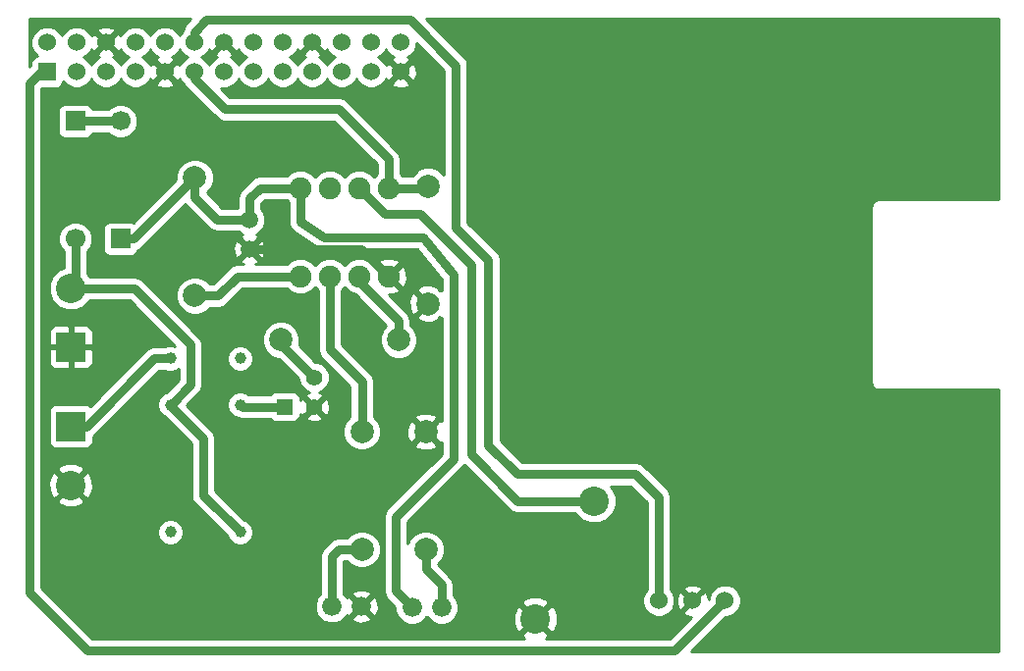
<source format=gbl>
%FSLAX46Y46*%
G04 Gerber Fmt 4.6, Leading zero omitted, Abs format (unit mm)*
G04 Created by KiCad (PCBNEW (2014-09-02 BZR 5112)-product) date dim. 28 sept. 2014 14:48:00 CEST*
%MOMM*%
G01*
G04 APERTURE LIST*
%ADD10C,0.150000*%
%ADD11C,1.501140*%
%ADD12C,1.676400*%
%ADD13C,1.699260*%
%ADD14R,1.699260X1.699260*%
%ADD15C,1.905000*%
%ADD16C,1.000000*%
%ADD17R,2.540000X2.540000*%
%ADD18C,2.540000*%
%ADD19C,1.998980*%
%ADD20R,1.524000X1.524000*%
%ADD21C,1.524000*%
%ADD22R,1.397000X1.397000*%
%ADD23C,1.397000*%
%ADD24C,0.800000*%
%ADD25C,0.254000*%
G04 APERTURE END LIST*
D10*
D11*
X163200000Y-145570000D03*
X163200000Y-143030000D03*
D12*
X177230000Y-176500000D03*
X179770000Y-176500000D03*
D13*
X148200000Y-144680000D03*
D14*
X148200000Y-134520000D03*
D13*
X152100000Y-134520000D03*
D14*
X152100000Y-144680000D03*
D12*
X170330000Y-176400000D03*
X172870000Y-176400000D03*
D15*
X167590000Y-147910000D03*
X170130000Y-147910000D03*
X172670000Y-147910000D03*
X175210000Y-147910000D03*
X175210000Y-140290000D03*
X172670000Y-140290000D03*
X170130000Y-140290000D03*
X167590000Y-140290000D03*
D16*
X162400000Y-159000000D03*
X156400000Y-159000000D03*
X156400000Y-170000000D03*
X162400000Y-155000000D03*
X162400000Y-170000000D03*
X156400000Y-155000000D03*
D17*
X147800000Y-154040000D03*
D18*
X147800000Y-148960000D03*
D17*
X147800000Y-160860000D03*
D18*
X147800000Y-165940000D03*
D19*
X178400000Y-171480000D03*
X178400000Y-161320000D03*
X158500000Y-149580000D03*
X158500000Y-139420000D03*
X165920000Y-153400000D03*
X176080000Y-153400000D03*
X172900000Y-161320000D03*
X172900000Y-171480000D03*
X178600000Y-140120000D03*
X178600000Y-150280000D03*
D18*
X192940000Y-167320000D03*
X187860000Y-177480000D03*
D20*
X145760000Y-130270000D03*
D21*
X145760000Y-127730000D03*
X148300000Y-130270000D03*
X148300000Y-127730000D03*
X150840000Y-130270000D03*
X150840000Y-127730000D03*
X153380000Y-130270000D03*
X153380000Y-127730000D03*
X155920000Y-130270000D03*
X155920000Y-127730000D03*
X158460000Y-130270000D03*
X158460000Y-127730000D03*
X161000000Y-130270000D03*
X161000000Y-127730000D03*
X163540000Y-130270000D03*
X163540000Y-127730000D03*
X166080000Y-130270000D03*
X166080000Y-127730000D03*
X168620000Y-130270000D03*
X168620000Y-127730000D03*
X171160000Y-130270000D03*
X171160000Y-127730000D03*
X173700000Y-130270000D03*
X173700000Y-127730000D03*
X176240000Y-130270000D03*
X176240000Y-127730000D03*
D22*
X166230000Y-159170000D03*
D23*
X168770000Y-159170000D03*
X168770000Y-156630000D03*
D21*
X201400000Y-175900000D03*
X204200000Y-175900000D03*
X198500000Y-175900000D03*
D24*
X145760000Y-130270000D02*
X145230000Y-130270000D01*
X145230000Y-130270000D02*
X144200000Y-131300000D01*
X144200000Y-131300000D02*
X144200000Y-175200000D01*
X144200000Y-175200000D02*
X149200000Y-180200000D01*
X149200000Y-180200000D02*
X199900000Y-180200000D01*
X199900000Y-180200000D02*
X204200000Y-175900000D01*
X147800000Y-154040000D02*
X147800000Y-153500000D01*
X172870000Y-145570000D02*
X175210000Y-147910000D01*
X163200000Y-145570000D02*
X172870000Y-145570000D01*
X153240000Y-144680000D02*
X158500000Y-139420000D01*
X152100000Y-144680000D02*
X153240000Y-144680000D01*
X158500000Y-141100000D02*
X160430000Y-143030000D01*
X160430000Y-143030000D02*
X163200000Y-143030000D01*
X158500000Y-139420000D02*
X158500000Y-141100000D01*
X163200000Y-141200000D02*
X164110000Y-140290000D01*
X164110000Y-140290000D02*
X167590000Y-140290000D01*
X163200000Y-143030000D02*
X163200000Y-141200000D01*
X167590000Y-143190000D02*
X169600000Y-144547499D01*
X169600000Y-144547499D02*
X178200000Y-144547499D01*
X178200000Y-144547499D02*
X180800000Y-147800000D01*
X180800000Y-147800000D02*
X180800000Y-163700000D01*
X180800000Y-163700000D02*
X175800000Y-168700000D01*
X175800000Y-168700000D02*
X175800000Y-175070000D01*
X175800000Y-175070000D02*
X177230000Y-176500000D01*
X167590000Y-140290000D02*
X167590000Y-143190000D01*
X178400000Y-173200000D02*
X179770000Y-174570000D01*
X179770000Y-174570000D02*
X179770000Y-176500000D01*
X178400000Y-171480000D02*
X178400000Y-173200000D01*
X147800000Y-148960000D02*
X153260000Y-148960000D01*
X158100000Y-157300000D02*
X156400000Y-159000000D01*
X158100000Y-153800000D02*
X158100000Y-157300000D01*
X153260000Y-148960000D02*
X158100000Y-153800000D01*
X148200000Y-144680000D02*
X148200000Y-148560000D01*
X148200000Y-148560000D02*
X147800000Y-148960000D01*
X148200000Y-144680000D02*
X148200000Y-144900000D01*
X156400000Y-159000000D02*
X156400000Y-159100000D01*
X156400000Y-159100000D02*
X159200000Y-161900000D01*
X159200000Y-166800000D02*
X162400000Y-170000000D01*
X159200000Y-161900000D02*
X159200000Y-166800000D01*
X148200000Y-134520000D02*
X152100000Y-134520000D01*
X170920000Y-171480000D02*
X170330000Y-172070000D01*
X170330000Y-172070000D02*
X170330000Y-176400000D01*
X172900000Y-171480000D02*
X170920000Y-171480000D01*
X160520000Y-149580000D02*
X162190000Y-147910000D01*
X162190000Y-147910000D02*
X167590000Y-147910000D01*
X158500000Y-149580000D02*
X160520000Y-149580000D01*
X170130000Y-154230000D02*
X172900000Y-157000000D01*
X172900000Y-157000000D02*
X172900000Y-161320000D01*
X170130000Y-147910000D02*
X170130000Y-154230000D01*
X176080000Y-151780000D02*
X176080000Y-153400000D01*
X172670000Y-148370000D02*
X176080000Y-151780000D01*
X172670000Y-147910000D02*
X172670000Y-148370000D01*
X175220000Y-140280000D02*
X175210000Y-140290000D01*
X177710000Y-140290000D02*
X178600000Y-140120000D01*
X175210000Y-140290000D02*
X177710000Y-140290000D01*
X175210000Y-137810000D02*
X175210000Y-140290000D01*
X170900000Y-133500000D02*
X175210000Y-137810000D01*
X161100000Y-133500000D02*
X170900000Y-133500000D01*
X158460000Y-130860000D02*
X161100000Y-133500000D01*
X158460000Y-130270000D02*
X158460000Y-130860000D01*
X192940000Y-167320000D02*
X186320000Y-167320000D01*
X174880000Y-142500000D02*
X172670000Y-140290000D01*
X177900000Y-142500000D02*
X174880000Y-142500000D01*
X182300000Y-146900000D02*
X177900000Y-142500000D01*
X182300000Y-163300000D02*
X182300000Y-146900000D01*
X186320000Y-167320000D02*
X182300000Y-163300000D01*
X162570000Y-159170000D02*
X162400000Y-159000000D01*
X166230000Y-159170000D02*
X162570000Y-159170000D01*
X149140000Y-160860000D02*
X155000000Y-155000000D01*
X155000000Y-155000000D02*
X156400000Y-155000000D01*
X147800000Y-160860000D02*
X149140000Y-160860000D01*
X158460000Y-127730000D02*
X158460000Y-126840000D01*
X198500000Y-167000000D02*
X198500000Y-175900000D01*
X196500000Y-165000000D02*
X198500000Y-167000000D01*
X186300000Y-165000000D02*
X196500000Y-165000000D01*
X183800000Y-162500000D02*
X186300000Y-165000000D01*
X183800000Y-146500000D02*
X183800000Y-162500000D01*
X181000000Y-143700000D02*
X183800000Y-146500000D01*
X181000000Y-129700000D02*
X181000000Y-143700000D01*
X177100000Y-125800000D02*
X181000000Y-129700000D01*
X159500000Y-125800000D02*
X177100000Y-125800000D01*
X158460000Y-126840000D02*
X159500000Y-125800000D01*
X165920000Y-153780000D02*
X168770000Y-156630000D01*
X165920000Y-153400000D02*
X165920000Y-153780000D01*
D25*
G36*
X158126288Y-125710000D02*
X157728144Y-126108144D01*
X157503785Y-126443923D01*
X157437592Y-126776689D01*
X157276371Y-126937630D01*
X157190050Y-127145512D01*
X157105010Y-126939697D01*
X156712370Y-126546371D01*
X156199100Y-126333243D01*
X155643339Y-126332758D01*
X155129697Y-126544990D01*
X154736371Y-126937630D01*
X154650050Y-127145512D01*
X154565010Y-126939697D01*
X154172370Y-126546371D01*
X153659100Y-126333243D01*
X153103339Y-126332758D01*
X152589697Y-126544990D01*
X152196371Y-126937630D01*
X152116605Y-127129727D01*
X152062397Y-126998857D01*
X151820213Y-126929392D01*
X151640608Y-127108997D01*
X151640608Y-126749787D01*
X151571143Y-126507603D01*
X151047698Y-126320856D01*
X150492632Y-126348638D01*
X150108857Y-126507603D01*
X150039392Y-126749787D01*
X150840000Y-127550395D01*
X151640608Y-126749787D01*
X151640608Y-127108997D01*
X151019605Y-127730000D01*
X151820213Y-128530608D01*
X152062397Y-128461143D01*
X152112508Y-128320682D01*
X152194990Y-128520303D01*
X152587630Y-128913629D01*
X152795512Y-128999949D01*
X152589697Y-129084990D01*
X152196371Y-129477630D01*
X152110050Y-129685512D01*
X152025010Y-129479697D01*
X151632370Y-129086371D01*
X151440272Y-129006605D01*
X151571143Y-128952397D01*
X151640608Y-128710213D01*
X150840000Y-127909605D01*
X150039392Y-128710213D01*
X150108857Y-128952397D01*
X150249317Y-129002508D01*
X150049697Y-129084990D01*
X149656371Y-129477630D01*
X149570050Y-129685512D01*
X149485010Y-129479697D01*
X149092370Y-129086371D01*
X148884487Y-129000050D01*
X149090303Y-128915010D01*
X149483629Y-128522370D01*
X149563394Y-128330272D01*
X149617603Y-128461143D01*
X149859787Y-128530608D01*
X150660395Y-127730000D01*
X149859787Y-126929392D01*
X149617603Y-126998857D01*
X149567491Y-127139317D01*
X149485010Y-126939697D01*
X149092370Y-126546371D01*
X148579100Y-126333243D01*
X148023339Y-126332758D01*
X147509697Y-126544990D01*
X147116371Y-126937630D01*
X147030050Y-127145512D01*
X146945010Y-126939697D01*
X146552370Y-126546371D01*
X146039100Y-126333243D01*
X145483339Y-126332758D01*
X144969697Y-126544990D01*
X144576371Y-126937630D01*
X144363243Y-127450900D01*
X144362758Y-128006661D01*
X144574990Y-128520303D01*
X144927071Y-128873000D01*
X144871691Y-128873000D01*
X144638302Y-128969673D01*
X144459673Y-129148301D01*
X144363000Y-129381690D01*
X144363000Y-129634309D01*
X144363000Y-129673288D01*
X144210000Y-129826288D01*
X144210000Y-125710000D01*
X158126288Y-125710000D01*
X158126288Y-125710000D01*
G37*
X158126288Y-125710000D02*
X157728144Y-126108144D01*
X157503785Y-126443923D01*
X157437592Y-126776689D01*
X157276371Y-126937630D01*
X157190050Y-127145512D01*
X157105010Y-126939697D01*
X156712370Y-126546371D01*
X156199100Y-126333243D01*
X155643339Y-126332758D01*
X155129697Y-126544990D01*
X154736371Y-126937630D01*
X154650050Y-127145512D01*
X154565010Y-126939697D01*
X154172370Y-126546371D01*
X153659100Y-126333243D01*
X153103339Y-126332758D01*
X152589697Y-126544990D01*
X152196371Y-126937630D01*
X152116605Y-127129727D01*
X152062397Y-126998857D01*
X151820213Y-126929392D01*
X151640608Y-127108997D01*
X151640608Y-126749787D01*
X151571143Y-126507603D01*
X151047698Y-126320856D01*
X150492632Y-126348638D01*
X150108857Y-126507603D01*
X150039392Y-126749787D01*
X150840000Y-127550395D01*
X151640608Y-126749787D01*
X151640608Y-127108997D01*
X151019605Y-127730000D01*
X151820213Y-128530608D01*
X152062397Y-128461143D01*
X152112508Y-128320682D01*
X152194990Y-128520303D01*
X152587630Y-128913629D01*
X152795512Y-128999949D01*
X152589697Y-129084990D01*
X152196371Y-129477630D01*
X152110050Y-129685512D01*
X152025010Y-129479697D01*
X151632370Y-129086371D01*
X151440272Y-129006605D01*
X151571143Y-128952397D01*
X151640608Y-128710213D01*
X150840000Y-127909605D01*
X150039392Y-128710213D01*
X150108857Y-128952397D01*
X150249317Y-129002508D01*
X150049697Y-129084990D01*
X149656371Y-129477630D01*
X149570050Y-129685512D01*
X149485010Y-129479697D01*
X149092370Y-129086371D01*
X148884487Y-129000050D01*
X149090303Y-128915010D01*
X149483629Y-128522370D01*
X149563394Y-128330272D01*
X149617603Y-128461143D01*
X149859787Y-128530608D01*
X150660395Y-127730000D01*
X149859787Y-126929392D01*
X149617603Y-126998857D01*
X149567491Y-127139317D01*
X149485010Y-126939697D01*
X149092370Y-126546371D01*
X148579100Y-126333243D01*
X148023339Y-126332758D01*
X147509697Y-126544990D01*
X147116371Y-126937630D01*
X147030050Y-127145512D01*
X146945010Y-126939697D01*
X146552370Y-126546371D01*
X146039100Y-126333243D01*
X145483339Y-126332758D01*
X144969697Y-126544990D01*
X144576371Y-126937630D01*
X144363243Y-127450900D01*
X144362758Y-128006661D01*
X144574990Y-128520303D01*
X144927071Y-128873000D01*
X144871691Y-128873000D01*
X144638302Y-128969673D01*
X144459673Y-129148301D01*
X144363000Y-129381690D01*
X144363000Y-129634309D01*
X144363000Y-129673288D01*
X144210000Y-129826288D01*
X144210000Y-125710000D01*
X158126288Y-125710000D01*
G36*
X162955512Y-128999949D02*
X162749697Y-129084990D01*
X162356371Y-129477630D01*
X162270050Y-129685512D01*
X162185010Y-129479697D01*
X161792370Y-129086371D01*
X161600272Y-129006605D01*
X161731143Y-128952397D01*
X161800608Y-128710213D01*
X161000000Y-127909605D01*
X160199392Y-128710213D01*
X160268857Y-128952397D01*
X160409317Y-129002508D01*
X160209697Y-129084990D01*
X159816371Y-129477630D01*
X159730050Y-129685512D01*
X159645010Y-129479697D01*
X159252370Y-129086371D01*
X159044487Y-129000050D01*
X159250303Y-128915010D01*
X159643629Y-128522370D01*
X159723394Y-128330272D01*
X159777603Y-128461143D01*
X160019787Y-128530608D01*
X160820395Y-127730000D01*
X160806252Y-127715857D01*
X160985857Y-127536252D01*
X161000000Y-127550395D01*
X161014142Y-127536252D01*
X161193747Y-127715857D01*
X161179605Y-127730000D01*
X161980213Y-128530608D01*
X162222397Y-128461143D01*
X162272508Y-128320682D01*
X162354990Y-128520303D01*
X162747630Y-128913629D01*
X162955512Y-128999949D01*
X162955512Y-128999949D01*
G37*
X162955512Y-128999949D02*
X162749697Y-129084990D01*
X162356371Y-129477630D01*
X162270050Y-129685512D01*
X162185010Y-129479697D01*
X161792370Y-129086371D01*
X161600272Y-129006605D01*
X161731143Y-128952397D01*
X161800608Y-128710213D01*
X161000000Y-127909605D01*
X160199392Y-128710213D01*
X160268857Y-128952397D01*
X160409317Y-129002508D01*
X160209697Y-129084990D01*
X159816371Y-129477630D01*
X159730050Y-129685512D01*
X159645010Y-129479697D01*
X159252370Y-129086371D01*
X159044487Y-129000050D01*
X159250303Y-128915010D01*
X159643629Y-128522370D01*
X159723394Y-128330272D01*
X159777603Y-128461143D01*
X160019787Y-128530608D01*
X160820395Y-127730000D01*
X160806252Y-127715857D01*
X160985857Y-127536252D01*
X161000000Y-127550395D01*
X161014142Y-127536252D01*
X161193747Y-127715857D01*
X161179605Y-127730000D01*
X161980213Y-128530608D01*
X162222397Y-128461143D01*
X162272508Y-128320682D01*
X162354990Y-128520303D01*
X162747630Y-128913629D01*
X162955512Y-128999949D01*
G36*
X170575512Y-128999949D02*
X170369697Y-129084990D01*
X169976371Y-129477630D01*
X169890050Y-129685512D01*
X169805010Y-129479697D01*
X169412370Y-129086371D01*
X169220272Y-129006605D01*
X169351143Y-128952397D01*
X169420608Y-128710213D01*
X168620000Y-127909605D01*
X167819392Y-128710213D01*
X167888857Y-128952397D01*
X168029317Y-129002508D01*
X167829697Y-129084990D01*
X167436371Y-129477630D01*
X167350050Y-129685512D01*
X167265010Y-129479697D01*
X166872370Y-129086371D01*
X166664487Y-129000050D01*
X166870303Y-128915010D01*
X167263629Y-128522370D01*
X167343394Y-128330272D01*
X167397603Y-128461143D01*
X167639787Y-128530608D01*
X168440395Y-127730000D01*
X168426252Y-127715857D01*
X168605857Y-127536252D01*
X168620000Y-127550395D01*
X168634142Y-127536252D01*
X168813747Y-127715857D01*
X168799605Y-127730000D01*
X169600213Y-128530608D01*
X169842397Y-128461143D01*
X169892508Y-128320682D01*
X169974990Y-128520303D01*
X170367630Y-128913629D01*
X170575512Y-128999949D01*
X170575512Y-128999949D01*
G37*
X170575512Y-128999949D02*
X170369697Y-129084990D01*
X169976371Y-129477630D01*
X169890050Y-129685512D01*
X169805010Y-129479697D01*
X169412370Y-129086371D01*
X169220272Y-129006605D01*
X169351143Y-128952397D01*
X169420608Y-128710213D01*
X168620000Y-127909605D01*
X167819392Y-128710213D01*
X167888857Y-128952397D01*
X168029317Y-129002508D01*
X167829697Y-129084990D01*
X167436371Y-129477630D01*
X167350050Y-129685512D01*
X167265010Y-129479697D01*
X166872370Y-129086371D01*
X166664487Y-129000050D01*
X166870303Y-128915010D01*
X167263629Y-128522370D01*
X167343394Y-128330272D01*
X167397603Y-128461143D01*
X167639787Y-128530608D01*
X168440395Y-127730000D01*
X168426252Y-127715857D01*
X168605857Y-127536252D01*
X168620000Y-127550395D01*
X168634142Y-127536252D01*
X168813747Y-127715857D01*
X168799605Y-127730000D01*
X169600213Y-128530608D01*
X169842397Y-128461143D01*
X169892508Y-128320682D01*
X169974990Y-128520303D01*
X170367630Y-128913629D01*
X170575512Y-128999949D01*
G36*
X179965000Y-139173845D02*
X179527073Y-138735154D01*
X178926547Y-138485794D01*
X178276306Y-138485226D01*
X177675345Y-138733538D01*
X177649144Y-138759693D01*
X177649144Y-130477698D01*
X177621362Y-129922632D01*
X177462397Y-129538857D01*
X177220213Y-129469392D01*
X176419605Y-130270000D01*
X177220213Y-131070608D01*
X177462397Y-131001143D01*
X177649144Y-130477698D01*
X177649144Y-138759693D01*
X177215154Y-139192927D01*
X177189379Y-139255000D01*
X177040608Y-139255000D01*
X177040608Y-131250213D01*
X176240000Y-130449605D01*
X175439392Y-131250213D01*
X175508857Y-131492397D01*
X176032302Y-131679144D01*
X176587368Y-131651362D01*
X176971143Y-131492397D01*
X177040608Y-131250213D01*
X177040608Y-139255000D01*
X176419912Y-139255000D01*
X176245000Y-139079781D01*
X176245000Y-137810000D01*
X176166215Y-137413923D01*
X176166215Y-137413922D01*
X176076349Y-137279428D01*
X175941856Y-137078144D01*
X175941852Y-137078141D01*
X171631856Y-132768144D01*
X171296077Y-132543785D01*
X170900000Y-132464999D01*
X170899994Y-132465000D01*
X161528711Y-132465000D01*
X160730476Y-131666765D01*
X161276661Y-131667242D01*
X161790303Y-131455010D01*
X162183629Y-131062370D01*
X162269949Y-130854487D01*
X162354990Y-131060303D01*
X162747630Y-131453629D01*
X163260900Y-131666757D01*
X163816661Y-131667242D01*
X164330303Y-131455010D01*
X164723629Y-131062370D01*
X164809949Y-130854487D01*
X164894990Y-131060303D01*
X165287630Y-131453629D01*
X165800900Y-131666757D01*
X166356661Y-131667242D01*
X166870303Y-131455010D01*
X167263629Y-131062370D01*
X167349949Y-130854487D01*
X167434990Y-131060303D01*
X167827630Y-131453629D01*
X168340900Y-131666757D01*
X168896661Y-131667242D01*
X169410303Y-131455010D01*
X169803629Y-131062370D01*
X169889949Y-130854487D01*
X169974990Y-131060303D01*
X170367630Y-131453629D01*
X170880900Y-131666757D01*
X171436661Y-131667242D01*
X171950303Y-131455010D01*
X172343629Y-131062370D01*
X172429949Y-130854487D01*
X172514990Y-131060303D01*
X172907630Y-131453629D01*
X173420900Y-131666757D01*
X173976661Y-131667242D01*
X174490303Y-131455010D01*
X174883629Y-131062370D01*
X174963394Y-130870272D01*
X175017603Y-131001143D01*
X175259787Y-131070608D01*
X176060395Y-130270000D01*
X175259787Y-129469392D01*
X175017603Y-129538857D01*
X174967491Y-129679317D01*
X174885010Y-129479697D01*
X174492370Y-129086371D01*
X174284487Y-129000050D01*
X174490303Y-128915010D01*
X174883629Y-128522370D01*
X174969949Y-128314487D01*
X175054990Y-128520303D01*
X175447630Y-128913629D01*
X175639727Y-128993394D01*
X175508857Y-129047603D01*
X175439392Y-129289787D01*
X176240000Y-130090395D01*
X177040608Y-129289787D01*
X176971143Y-129047603D01*
X176830682Y-128997491D01*
X177030303Y-128915010D01*
X177423629Y-128522370D01*
X177636757Y-128009100D01*
X177636938Y-127800650D01*
X179965000Y-130128711D01*
X179965000Y-139173845D01*
X179965000Y-139173845D01*
G37*
X179965000Y-139173845D02*
X179527073Y-138735154D01*
X178926547Y-138485794D01*
X178276306Y-138485226D01*
X177675345Y-138733538D01*
X177649144Y-138759693D01*
X177649144Y-130477698D01*
X177621362Y-129922632D01*
X177462397Y-129538857D01*
X177220213Y-129469392D01*
X176419605Y-130270000D01*
X177220213Y-131070608D01*
X177462397Y-131001143D01*
X177649144Y-130477698D01*
X177649144Y-138759693D01*
X177215154Y-139192927D01*
X177189379Y-139255000D01*
X177040608Y-139255000D01*
X177040608Y-131250213D01*
X176240000Y-130449605D01*
X175439392Y-131250213D01*
X175508857Y-131492397D01*
X176032302Y-131679144D01*
X176587368Y-131651362D01*
X176971143Y-131492397D01*
X177040608Y-131250213D01*
X177040608Y-139255000D01*
X176419912Y-139255000D01*
X176245000Y-139079781D01*
X176245000Y-137810000D01*
X176166215Y-137413923D01*
X176166215Y-137413922D01*
X176076349Y-137279428D01*
X175941856Y-137078144D01*
X175941852Y-137078141D01*
X171631856Y-132768144D01*
X171296077Y-132543785D01*
X170900000Y-132464999D01*
X170899994Y-132465000D01*
X161528711Y-132465000D01*
X160730476Y-131666765D01*
X161276661Y-131667242D01*
X161790303Y-131455010D01*
X162183629Y-131062370D01*
X162269949Y-130854487D01*
X162354990Y-131060303D01*
X162747630Y-131453629D01*
X163260900Y-131666757D01*
X163816661Y-131667242D01*
X164330303Y-131455010D01*
X164723629Y-131062370D01*
X164809949Y-130854487D01*
X164894990Y-131060303D01*
X165287630Y-131453629D01*
X165800900Y-131666757D01*
X166356661Y-131667242D01*
X166870303Y-131455010D01*
X167263629Y-131062370D01*
X167349949Y-130854487D01*
X167434990Y-131060303D01*
X167827630Y-131453629D01*
X168340900Y-131666757D01*
X168896661Y-131667242D01*
X169410303Y-131455010D01*
X169803629Y-131062370D01*
X169889949Y-130854487D01*
X169974990Y-131060303D01*
X170367630Y-131453629D01*
X170880900Y-131666757D01*
X171436661Y-131667242D01*
X171950303Y-131455010D01*
X172343629Y-131062370D01*
X172429949Y-130854487D01*
X172514990Y-131060303D01*
X172907630Y-131453629D01*
X173420900Y-131666757D01*
X173976661Y-131667242D01*
X174490303Y-131455010D01*
X174883629Y-131062370D01*
X174963394Y-130870272D01*
X175017603Y-131001143D01*
X175259787Y-131070608D01*
X176060395Y-130270000D01*
X175259787Y-129469392D01*
X175017603Y-129538857D01*
X174967491Y-129679317D01*
X174885010Y-129479697D01*
X174492370Y-129086371D01*
X174284487Y-129000050D01*
X174490303Y-128915010D01*
X174883629Y-128522370D01*
X174969949Y-128314487D01*
X175054990Y-128520303D01*
X175447630Y-128913629D01*
X175639727Y-128993394D01*
X175508857Y-129047603D01*
X175439392Y-129289787D01*
X176240000Y-130090395D01*
X177040608Y-129289787D01*
X176971143Y-129047603D01*
X176830682Y-128997491D01*
X177030303Y-128915010D01*
X177423629Y-128522370D01*
X177636757Y-128009100D01*
X177636938Y-127800650D01*
X179965000Y-130128711D01*
X179965000Y-139173845D01*
G36*
X227790000Y-180290000D02*
X201273711Y-180290000D01*
X204266652Y-177297058D01*
X204476661Y-177297242D01*
X204990303Y-177085010D01*
X205383629Y-176692370D01*
X205596757Y-176179100D01*
X205597242Y-175623339D01*
X205385010Y-175109697D01*
X204992370Y-174716371D01*
X204479100Y-174503243D01*
X203923339Y-174502758D01*
X203409697Y-174714990D01*
X203016371Y-175107630D01*
X202803243Y-175620900D01*
X202803057Y-175833231D01*
X202795771Y-175840517D01*
X202781362Y-175552632D01*
X202622397Y-175168857D01*
X202380213Y-175099392D01*
X202200608Y-175278997D01*
X202200608Y-174919787D01*
X202131143Y-174677603D01*
X201607698Y-174490856D01*
X201052632Y-174518638D01*
X200668857Y-174677603D01*
X200599392Y-174919787D01*
X201400000Y-175720395D01*
X202200608Y-174919787D01*
X202200608Y-175278997D01*
X201579605Y-175900000D01*
X201593747Y-175914142D01*
X201414142Y-176093747D01*
X201400000Y-176079605D01*
X201220395Y-176259210D01*
X201220395Y-175900000D01*
X200419787Y-175099392D01*
X200177603Y-175168857D01*
X199990856Y-175692302D01*
X200018638Y-176247368D01*
X200177603Y-176631143D01*
X200419787Y-176700608D01*
X201220395Y-175900000D01*
X201220395Y-176259210D01*
X200599392Y-176880213D01*
X200668857Y-177122397D01*
X201192302Y-177309144D01*
X201334249Y-177302039D01*
X199471288Y-179165000D01*
X189774261Y-179165000D01*
X189774261Y-177808964D01*
X189754436Y-177051368D01*
X189502657Y-176443520D01*
X189207777Y-176311828D01*
X189028172Y-176491433D01*
X189028172Y-176132223D01*
X188896480Y-175837343D01*
X188188964Y-175565739D01*
X187431368Y-175585564D01*
X186823520Y-175837343D01*
X186691828Y-176132223D01*
X187860000Y-177300395D01*
X189028172Y-176132223D01*
X189028172Y-176491433D01*
X188039605Y-177480000D01*
X189207777Y-178648172D01*
X189502657Y-178516480D01*
X189774261Y-177808964D01*
X189774261Y-179165000D01*
X188794255Y-179165000D01*
X188896480Y-179122657D01*
X189028172Y-178827777D01*
X187860000Y-177659605D01*
X187680395Y-177839210D01*
X187680395Y-177480000D01*
X186512223Y-176311828D01*
X186217343Y-176443520D01*
X185945739Y-177151036D01*
X185965564Y-177908632D01*
X186217343Y-178516480D01*
X186512223Y-178648172D01*
X187680395Y-177480000D01*
X187680395Y-177839210D01*
X186691828Y-178827777D01*
X186823520Y-179122657D01*
X186933821Y-179165000D01*
X174534774Y-179165000D01*
X174534774Y-171156306D01*
X174286462Y-170555345D01*
X173827073Y-170095154D01*
X173226547Y-169845794D01*
X172576306Y-169845226D01*
X171975345Y-170093538D01*
X171623269Y-170445000D01*
X170920005Y-170445000D01*
X170920000Y-170444999D01*
X170523923Y-170523785D01*
X170188144Y-170748144D01*
X170115927Y-170820361D01*
X170115927Y-159362520D01*
X170103731Y-159138035D01*
X170103731Y-156365914D01*
X169901146Y-155875620D01*
X169526353Y-155500173D01*
X169036413Y-155296732D01*
X168900324Y-155296613D01*
X167488498Y-153884787D01*
X167554206Y-153726547D01*
X167554774Y-153076306D01*
X167306462Y-152475345D01*
X166847073Y-152015154D01*
X166246547Y-151765794D01*
X165596306Y-151765226D01*
X164995345Y-152013538D01*
X164535154Y-152472927D01*
X164285794Y-153073453D01*
X164285226Y-153723694D01*
X164533538Y-154324655D01*
X164992927Y-154784846D01*
X165593453Y-155034206D01*
X165710596Y-155034308D01*
X167436385Y-156760097D01*
X167436269Y-156894086D01*
X167638854Y-157384380D01*
X168013647Y-157759827D01*
X168335118Y-157893313D01*
X168077071Y-158000200D01*
X168015417Y-158235812D01*
X168770000Y-158990395D01*
X169524583Y-158235812D01*
X169462929Y-158000200D01*
X169183688Y-157901916D01*
X169524380Y-157761146D01*
X169899827Y-157386353D01*
X170103268Y-156896413D01*
X170103731Y-156365914D01*
X170103731Y-159138035D01*
X170087148Y-158832801D01*
X169939800Y-158477071D01*
X169704188Y-158415417D01*
X168949605Y-159170000D01*
X169704188Y-159924583D01*
X169939800Y-159862929D01*
X170115927Y-159362520D01*
X170115927Y-170820361D01*
X169598144Y-171338144D01*
X169524583Y-171448236D01*
X169524583Y-160104188D01*
X168770000Y-159349605D01*
X168590395Y-159529210D01*
X168590395Y-159170000D01*
X167835812Y-158415417D01*
X167600200Y-158477071D01*
X167563500Y-158581342D01*
X167563500Y-158345191D01*
X167466827Y-158111802D01*
X167288199Y-157933173D01*
X167054810Y-157836500D01*
X166802191Y-157836500D01*
X165405191Y-157836500D01*
X165171802Y-157933173D01*
X164993173Y-158111801D01*
X164983563Y-158135000D01*
X163535197Y-158135000D01*
X163535197Y-154775225D01*
X163362767Y-154357914D01*
X163043765Y-154038355D01*
X162626756Y-153865197D01*
X162175225Y-153864803D01*
X161757914Y-154037233D01*
X161438355Y-154356235D01*
X161265197Y-154773244D01*
X161264803Y-155224775D01*
X161437233Y-155642086D01*
X161756235Y-155961645D01*
X162173244Y-156134803D01*
X162624775Y-156135197D01*
X163042086Y-155962767D01*
X163361645Y-155643765D01*
X163534803Y-155226756D01*
X163535197Y-154775225D01*
X163535197Y-158135000D01*
X163140241Y-158135000D01*
X163043765Y-158038355D01*
X162626756Y-157865197D01*
X162175225Y-157864803D01*
X161757914Y-158037233D01*
X161438355Y-158356235D01*
X161265197Y-158773244D01*
X161264803Y-159224775D01*
X161437233Y-159642086D01*
X161756235Y-159961645D01*
X162173244Y-160134803D01*
X162217289Y-160134841D01*
X162217290Y-160134841D01*
X162570000Y-160205000D01*
X164983564Y-160205000D01*
X164993173Y-160228198D01*
X165171801Y-160406827D01*
X165405190Y-160503500D01*
X165657809Y-160503500D01*
X167054809Y-160503500D01*
X167288198Y-160406827D01*
X167466827Y-160228199D01*
X167563500Y-159994810D01*
X167563500Y-159774327D01*
X167600200Y-159862929D01*
X167835812Y-159924583D01*
X168590395Y-159170000D01*
X168590395Y-159529210D01*
X168015417Y-160104188D01*
X168077071Y-160339800D01*
X168577480Y-160515927D01*
X169107199Y-160487148D01*
X169462929Y-160339800D01*
X169524583Y-160104188D01*
X169524583Y-171448236D01*
X169373785Y-171673923D01*
X169294999Y-172070000D01*
X169295000Y-172070005D01*
X169295000Y-175351590D01*
X169081810Y-175564409D01*
X168857056Y-176105677D01*
X168856545Y-176691752D01*
X169080353Y-177233411D01*
X169494409Y-177648190D01*
X170035677Y-177872944D01*
X170621752Y-177873455D01*
X171163411Y-177649647D01*
X171578190Y-177235591D01*
X171600441Y-177182004D01*
X171834587Y-177255808D01*
X172690395Y-176400000D01*
X171834587Y-175544192D01*
X171600836Y-175617870D01*
X171579647Y-175566589D01*
X171365000Y-175351567D01*
X171365000Y-172515000D01*
X171623690Y-172515000D01*
X171972927Y-172864846D01*
X172573453Y-173114206D01*
X173223694Y-173114774D01*
X173824655Y-172866462D01*
X174284846Y-172407073D01*
X174534206Y-171806547D01*
X174534774Y-171156306D01*
X174534774Y-179165000D01*
X174354977Y-179165000D01*
X174354977Y-176625903D01*
X174328389Y-176040431D01*
X174155490Y-175623017D01*
X173905413Y-175544192D01*
X173725808Y-175723797D01*
X173725808Y-175364587D01*
X173646983Y-175114510D01*
X173095903Y-174915023D01*
X172510431Y-174941611D01*
X172093017Y-175114510D01*
X172014192Y-175364587D01*
X172870000Y-176220395D01*
X173725808Y-175364587D01*
X173725808Y-175723797D01*
X173049605Y-176400000D01*
X173905413Y-177255808D01*
X174155490Y-177176983D01*
X174354977Y-176625903D01*
X174354977Y-179165000D01*
X173725808Y-179165000D01*
X173725808Y-177435413D01*
X172870000Y-176579605D01*
X172014192Y-177435413D01*
X172093017Y-177685490D01*
X172644097Y-177884977D01*
X173229569Y-177858389D01*
X173646983Y-177685490D01*
X173725808Y-177435413D01*
X173725808Y-179165000D01*
X163535197Y-179165000D01*
X163535197Y-169775225D01*
X163362767Y-169357914D01*
X163043765Y-169038355D01*
X162801446Y-168937734D01*
X160235000Y-166371288D01*
X160235000Y-161900005D01*
X160235000Y-161900000D01*
X160235001Y-161900000D01*
X160156215Y-161503923D01*
X159931856Y-161168144D01*
X157813711Y-159049999D01*
X158831852Y-158031858D01*
X158831855Y-158031856D01*
X158831856Y-158031856D01*
X159056215Y-157696077D01*
X159135000Y-157300000D01*
X159135001Y-157300000D01*
X159135000Y-157299994D01*
X159135000Y-153800005D01*
X159135000Y-153800000D01*
X159135001Y-153800000D01*
X159056215Y-153403923D01*
X158831856Y-153068145D01*
X158831856Y-153068144D01*
X158831852Y-153068141D01*
X153991856Y-148228144D01*
X153656077Y-148003785D01*
X153260000Y-147924999D01*
X153259994Y-147925000D01*
X149433559Y-147925000D01*
X149415922Y-147882314D01*
X149235000Y-147701075D01*
X149235000Y-145744559D01*
X149457874Y-145522074D01*
X149684372Y-144976607D01*
X149684888Y-144385984D01*
X149459342Y-143840123D01*
X149042074Y-143422126D01*
X148496607Y-143195628D01*
X147905984Y-143195112D01*
X147360123Y-143420658D01*
X146942126Y-143837926D01*
X146715628Y-144383393D01*
X146715112Y-144974016D01*
X146940658Y-145519877D01*
X147165000Y-145744610D01*
X147165000Y-147161163D01*
X146722314Y-147344078D01*
X146185961Y-147879495D01*
X145895332Y-148579410D01*
X145894670Y-149337265D01*
X146184078Y-150037686D01*
X146719495Y-150574039D01*
X147419410Y-150864668D01*
X148177265Y-150865330D01*
X148877686Y-150575922D01*
X149414039Y-150040505D01*
X149432934Y-149995000D01*
X152831288Y-149995000D01*
X156754551Y-153918262D01*
X156626756Y-153865197D01*
X156175225Y-153864803D01*
X155932730Y-153965000D01*
X155000000Y-153965000D01*
X154603922Y-154043785D01*
X154469428Y-154133650D01*
X154268144Y-154268144D01*
X154268141Y-154268147D01*
X149705000Y-158831288D01*
X149705000Y-155436309D01*
X149705000Y-154325750D01*
X149705000Y-153754250D01*
X149705000Y-152643691D01*
X149608327Y-152410302D01*
X149429699Y-152231673D01*
X149196310Y-152135000D01*
X148943691Y-152135000D01*
X148085750Y-152135000D01*
X147927000Y-152293750D01*
X147927000Y-153913000D01*
X149546250Y-153913000D01*
X149705000Y-153754250D01*
X149705000Y-154325750D01*
X149546250Y-154167000D01*
X147927000Y-154167000D01*
X147927000Y-155786250D01*
X148085750Y-155945000D01*
X148943691Y-155945000D01*
X149196310Y-155945000D01*
X149429699Y-155848327D01*
X149608327Y-155669698D01*
X149705000Y-155436309D01*
X149705000Y-158831288D01*
X149457157Y-159079131D01*
X149429699Y-159051673D01*
X149196310Y-158955000D01*
X148943691Y-158955000D01*
X147673000Y-158955000D01*
X147673000Y-155786250D01*
X147673000Y-154167000D01*
X147673000Y-153913000D01*
X147673000Y-152293750D01*
X147514250Y-152135000D01*
X146656309Y-152135000D01*
X146403690Y-152135000D01*
X146170301Y-152231673D01*
X145991673Y-152410302D01*
X145895000Y-152643691D01*
X145895000Y-153754250D01*
X146053750Y-153913000D01*
X147673000Y-153913000D01*
X147673000Y-154167000D01*
X146053750Y-154167000D01*
X145895000Y-154325750D01*
X145895000Y-155436309D01*
X145991673Y-155669698D01*
X146170301Y-155848327D01*
X146403690Y-155945000D01*
X146656309Y-155945000D01*
X147514250Y-155945000D01*
X147673000Y-155786250D01*
X147673000Y-158955000D01*
X146403691Y-158955000D01*
X146170302Y-159051673D01*
X145991673Y-159230301D01*
X145895000Y-159463690D01*
X145895000Y-159716309D01*
X145895000Y-162256309D01*
X145991673Y-162489698D01*
X146170301Y-162668327D01*
X146403690Y-162765000D01*
X146656309Y-162765000D01*
X149196309Y-162765000D01*
X149429698Y-162668327D01*
X149608327Y-162489699D01*
X149705000Y-162256310D01*
X149705000Y-162003691D01*
X149705000Y-161703344D01*
X149871856Y-161591856D01*
X155428711Y-156035000D01*
X155932892Y-156035000D01*
X156173244Y-156134803D01*
X156624775Y-156135197D01*
X157042086Y-155962767D01*
X157065000Y-155939892D01*
X157065000Y-156871288D01*
X155998438Y-157937850D01*
X155757914Y-158037233D01*
X155438355Y-158356235D01*
X155265197Y-158773244D01*
X155264803Y-159224775D01*
X155437233Y-159642086D01*
X155756235Y-159961645D01*
X155827542Y-159991254D01*
X158165000Y-162328712D01*
X158165000Y-166799994D01*
X158164999Y-166800000D01*
X158243785Y-167196077D01*
X158468144Y-167531856D01*
X161337849Y-170401560D01*
X161437233Y-170642086D01*
X161756235Y-170961645D01*
X162173244Y-171134803D01*
X162624775Y-171135197D01*
X163042086Y-170962767D01*
X163361645Y-170643765D01*
X163534803Y-170226756D01*
X163535197Y-169775225D01*
X163535197Y-179165000D01*
X157535197Y-179165000D01*
X157535197Y-169775225D01*
X157362767Y-169357914D01*
X157043765Y-169038355D01*
X156626756Y-168865197D01*
X156175225Y-168864803D01*
X155757914Y-169037233D01*
X155438355Y-169356235D01*
X155265197Y-169773244D01*
X155264803Y-170224775D01*
X155437233Y-170642086D01*
X155756235Y-170961645D01*
X156173244Y-171134803D01*
X156624775Y-171135197D01*
X157042086Y-170962767D01*
X157361645Y-170643765D01*
X157534803Y-170226756D01*
X157535197Y-169775225D01*
X157535197Y-179165000D01*
X149714261Y-179165000D01*
X149714261Y-166268964D01*
X149694436Y-165511368D01*
X149442657Y-164903520D01*
X149147777Y-164771828D01*
X148968172Y-164951433D01*
X148968172Y-164592223D01*
X148836480Y-164297343D01*
X148128964Y-164025739D01*
X147371368Y-164045564D01*
X146763520Y-164297343D01*
X146631828Y-164592223D01*
X147800000Y-165760395D01*
X148968172Y-164592223D01*
X148968172Y-164951433D01*
X147979605Y-165940000D01*
X149147777Y-167108172D01*
X149442657Y-166976480D01*
X149714261Y-166268964D01*
X149714261Y-179165000D01*
X149628711Y-179165000D01*
X148968172Y-178504460D01*
X148968172Y-167287777D01*
X147800000Y-166119605D01*
X147620395Y-166299210D01*
X147620395Y-165940000D01*
X146452223Y-164771828D01*
X146157343Y-164903520D01*
X145885739Y-165611036D01*
X145905564Y-166368632D01*
X146157343Y-166976480D01*
X146452223Y-167108172D01*
X147620395Y-165940000D01*
X147620395Y-166299210D01*
X146631828Y-167287777D01*
X146763520Y-167582657D01*
X147471036Y-167854261D01*
X148228632Y-167834436D01*
X148836480Y-167582657D01*
X148968172Y-167287777D01*
X148968172Y-178504460D01*
X145235000Y-174771288D01*
X145235000Y-131728711D01*
X145296711Y-131667000D01*
X146648309Y-131667000D01*
X146881698Y-131570327D01*
X147060327Y-131391699D01*
X147157000Y-131158310D01*
X147157000Y-131102386D01*
X147507630Y-131453629D01*
X148020900Y-131666757D01*
X148576661Y-131667242D01*
X149090303Y-131455010D01*
X149483629Y-131062370D01*
X149569949Y-130854487D01*
X149654990Y-131060303D01*
X150047630Y-131453629D01*
X150560900Y-131666757D01*
X151116661Y-131667242D01*
X151630303Y-131455010D01*
X152023629Y-131062370D01*
X152109949Y-130854487D01*
X152194990Y-131060303D01*
X152587630Y-131453629D01*
X153100900Y-131666757D01*
X153656661Y-131667242D01*
X154170303Y-131455010D01*
X154563629Y-131062370D01*
X154643394Y-130870272D01*
X154697603Y-131001143D01*
X154939787Y-131070608D01*
X155740395Y-130270000D01*
X154939787Y-129469392D01*
X154697603Y-129538857D01*
X154647491Y-129679317D01*
X154565010Y-129479697D01*
X154172370Y-129086371D01*
X153964487Y-129000050D01*
X154170303Y-128915010D01*
X154563629Y-128522370D01*
X154649949Y-128314487D01*
X154734990Y-128520303D01*
X155127630Y-128913629D01*
X155319727Y-128993394D01*
X155188857Y-129047603D01*
X155119392Y-129289787D01*
X155920000Y-130090395D01*
X156720608Y-129289787D01*
X156651143Y-129047603D01*
X156510682Y-128997491D01*
X156710303Y-128915010D01*
X157103629Y-128522370D01*
X157189949Y-128314487D01*
X157274990Y-128520303D01*
X157667630Y-128913629D01*
X157875512Y-128999949D01*
X157669697Y-129084990D01*
X157276371Y-129477630D01*
X157196605Y-129669727D01*
X157142397Y-129538857D01*
X156900213Y-129469392D01*
X156099605Y-130270000D01*
X156900213Y-131070608D01*
X157142397Y-131001143D01*
X157192508Y-130860682D01*
X157274990Y-131060303D01*
X157571319Y-131357150D01*
X157728144Y-131591856D01*
X160368141Y-134231852D01*
X160368144Y-134231856D01*
X160368145Y-134231856D01*
X160703923Y-134456215D01*
X161100000Y-134535001D01*
X161100000Y-134535000D01*
X161100005Y-134535000D01*
X170471288Y-134535000D01*
X174175000Y-138238711D01*
X174175000Y-139080087D01*
X173939742Y-139314934D01*
X173570421Y-138944968D01*
X172987159Y-138702776D01*
X172355612Y-138702225D01*
X171771928Y-138943398D01*
X171399742Y-139314934D01*
X171030421Y-138944968D01*
X170447159Y-138702776D01*
X169815612Y-138702225D01*
X169231928Y-138943398D01*
X168859742Y-139314934D01*
X168490421Y-138944968D01*
X167907159Y-138702776D01*
X167275612Y-138702225D01*
X166691928Y-138943398D01*
X166379781Y-139255000D01*
X164110000Y-139255000D01*
X163713922Y-139333785D01*
X163579428Y-139423650D01*
X163378144Y-139558144D01*
X163378141Y-139558147D01*
X162468144Y-140468144D01*
X162243785Y-140803923D01*
X162164999Y-141200000D01*
X162165000Y-141200005D01*
X162165000Y-141995000D01*
X160858711Y-141995000D01*
X159547521Y-140683809D01*
X159884846Y-140347073D01*
X160134206Y-139746547D01*
X160134774Y-139096306D01*
X159886462Y-138495345D01*
X159427073Y-138035154D01*
X158826547Y-137785794D01*
X158176306Y-137785226D01*
X157575345Y-138033538D01*
X157115154Y-138492927D01*
X156865794Y-139093453D01*
X156865359Y-139590929D01*
X156720608Y-139735679D01*
X156720608Y-131250213D01*
X155920000Y-130449605D01*
X155119392Y-131250213D01*
X155188857Y-131492397D01*
X155712302Y-131679144D01*
X156267368Y-131651362D01*
X156651143Y-131492397D01*
X156720608Y-131250213D01*
X156720608Y-139735679D01*
X153584888Y-142871399D01*
X153584888Y-134225984D01*
X153359342Y-133680123D01*
X152942074Y-133262126D01*
X152396607Y-133035628D01*
X151805984Y-133035112D01*
X151260123Y-133260658D01*
X151035389Y-133485000D01*
X149660166Y-133485000D01*
X149587957Y-133310672D01*
X149409329Y-133132043D01*
X149175940Y-133035370D01*
X148923321Y-133035370D01*
X147224061Y-133035370D01*
X146990672Y-133132043D01*
X146812043Y-133310671D01*
X146715370Y-133544060D01*
X146715370Y-133796679D01*
X146715370Y-135495939D01*
X146812043Y-135729328D01*
X146990671Y-135907957D01*
X147224060Y-136004630D01*
X147476679Y-136004630D01*
X149175939Y-136004630D01*
X149409328Y-135907957D01*
X149587957Y-135729329D01*
X149660166Y-135555000D01*
X151035440Y-135555000D01*
X151257926Y-135777874D01*
X151803393Y-136004372D01*
X152394016Y-136004888D01*
X152939877Y-135779342D01*
X153357874Y-135362074D01*
X153584372Y-134816607D01*
X153584888Y-134225984D01*
X153584888Y-142871399D01*
X153206739Y-143249548D01*
X153075940Y-143195370D01*
X152823321Y-143195370D01*
X151124061Y-143195370D01*
X150890672Y-143292043D01*
X150712043Y-143470671D01*
X150615370Y-143704060D01*
X150615370Y-143956679D01*
X150615370Y-145655939D01*
X150712043Y-145889328D01*
X150890671Y-146067957D01*
X151124060Y-146164630D01*
X151376679Y-146164630D01*
X153075939Y-146164630D01*
X153309328Y-146067957D01*
X153487957Y-145889329D01*
X153584630Y-145655940D01*
X153584630Y-145646448D01*
X153636077Y-145636215D01*
X153971856Y-145411856D01*
X157681511Y-141702200D01*
X157768144Y-141831856D01*
X159698141Y-143761852D01*
X159698144Y-143761856D01*
X159899428Y-143896349D01*
X160033922Y-143986215D01*
X160033923Y-143986215D01*
X160430000Y-144065001D01*
X160430000Y-144065000D01*
X160430005Y-144065000D01*
X162275411Y-144065000D01*
X162414113Y-144203944D01*
X162629496Y-144293378D01*
X162475735Y-144357069D01*
X162407675Y-144598070D01*
X163200000Y-145390395D01*
X163992325Y-144598070D01*
X163924265Y-144357069D01*
X163758959Y-144298231D01*
X163983837Y-144205314D01*
X164373944Y-143815887D01*
X164585329Y-143306816D01*
X164585810Y-142755602D01*
X164375314Y-142246163D01*
X164235000Y-142105603D01*
X164235000Y-141628711D01*
X164538711Y-141325000D01*
X166380087Y-141325000D01*
X166555000Y-141500218D01*
X166555000Y-143190000D01*
X166574391Y-143287484D01*
X166573898Y-143386884D01*
X166613402Y-143483609D01*
X166633785Y-143586077D01*
X166689008Y-143668724D01*
X166726590Y-143760742D01*
X166800096Y-143834980D01*
X166858144Y-143921856D01*
X166940792Y-143977079D01*
X167010726Y-144047710D01*
X169020726Y-145405209D01*
X169117052Y-145445669D01*
X169203923Y-145503714D01*
X169301410Y-145523105D01*
X169393052Y-145561598D01*
X169497529Y-145562116D01*
X169600000Y-145582499D01*
X177702314Y-145582499D01*
X179765000Y-148162840D01*
X179765000Y-149091716D01*
X179686838Y-149013554D01*
X179572556Y-149127835D01*
X179473958Y-148861035D01*
X178864418Y-148634599D01*
X178214623Y-148658659D01*
X177726042Y-148861035D01*
X177627443Y-149127837D01*
X178600000Y-150100395D01*
X178614142Y-150086252D01*
X178793747Y-150265857D01*
X178779605Y-150280000D01*
X178793747Y-150294142D01*
X178614142Y-150473747D01*
X178600000Y-150459605D01*
X178420395Y-150639210D01*
X178420395Y-150280000D01*
X177447837Y-149307443D01*
X177181035Y-149406042D01*
X176954599Y-150015582D01*
X176978659Y-150665377D01*
X177181035Y-151153958D01*
X177447837Y-151252557D01*
X178420395Y-150280000D01*
X178420395Y-150639210D01*
X177627443Y-151432163D01*
X177726042Y-151698965D01*
X178335582Y-151925401D01*
X178985377Y-151901341D01*
X179473958Y-151698965D01*
X179572556Y-151432164D01*
X179572557Y-151432165D01*
X179686838Y-151546446D01*
X179765000Y-151468284D01*
X179765000Y-160426098D01*
X179572557Y-160354979D01*
X179552163Y-160347443D01*
X179372557Y-160527048D01*
X179372557Y-160167837D01*
X179273958Y-159901035D01*
X178664418Y-159674599D01*
X178014623Y-159698659D01*
X177714774Y-159822859D01*
X177714774Y-153076306D01*
X177466462Y-152475345D01*
X177115000Y-152123269D01*
X177115000Y-151780005D01*
X177115000Y-151780000D01*
X177115001Y-151780000D01*
X177036215Y-151383923D01*
X177036215Y-151383922D01*
X176946349Y-151249428D01*
X176811856Y-151048144D01*
X176811852Y-151048141D01*
X176808675Y-151044964D01*
X176808675Y-148163199D01*
X176783878Y-147532139D01*
X176590088Y-147064288D01*
X176328159Y-146971446D01*
X176148554Y-147151051D01*
X176148554Y-146791841D01*
X176055712Y-146529912D01*
X175463199Y-146311325D01*
X174832139Y-146336122D01*
X174364288Y-146529912D01*
X174271446Y-146791841D01*
X175210000Y-147730395D01*
X176148554Y-146791841D01*
X176148554Y-147151051D01*
X175389605Y-147910000D01*
X176328159Y-148848554D01*
X176590088Y-148755712D01*
X176808675Y-148163199D01*
X176808675Y-151044964D01*
X175260454Y-149496743D01*
X175587861Y-149483878D01*
X176055712Y-149290088D01*
X176148554Y-149028159D01*
X175210000Y-148089605D01*
X175195857Y-148103747D01*
X175016252Y-147924142D01*
X175030395Y-147910000D01*
X174091841Y-146971446D01*
X174006416Y-147001725D01*
X173570421Y-146564968D01*
X172987159Y-146322776D01*
X172355612Y-146322225D01*
X171771928Y-146563398D01*
X171399742Y-146934934D01*
X171030421Y-146564968D01*
X170447159Y-146322776D01*
X169815612Y-146322225D01*
X169231928Y-146563398D01*
X168859742Y-146934934D01*
X168490421Y-146564968D01*
X167907159Y-146322776D01*
X167275612Y-146322225D01*
X166691928Y-146563398D01*
X166379781Y-146875000D01*
X164597767Y-146875000D01*
X164597767Y-145774966D01*
X164569805Y-145224462D01*
X164412931Y-144845735D01*
X164171930Y-144777675D01*
X163379605Y-145570000D01*
X164171930Y-146362325D01*
X164412931Y-146294265D01*
X164597767Y-145774966D01*
X164597767Y-146875000D01*
X163701990Y-146875000D01*
X163924265Y-146782931D01*
X163992325Y-146541930D01*
X163200000Y-145749605D01*
X163020395Y-145929210D01*
X163020395Y-145570000D01*
X162228070Y-144777675D01*
X161987069Y-144845735D01*
X161802233Y-145365034D01*
X161830195Y-145915538D01*
X161987069Y-146294265D01*
X162228070Y-146362325D01*
X163020395Y-145570000D01*
X163020395Y-145929210D01*
X162407675Y-146541930D01*
X162475735Y-146782931D01*
X162734403Y-146875000D01*
X162190005Y-146875000D01*
X162190000Y-146874999D01*
X161793923Y-146953785D01*
X161458144Y-147178144D01*
X161458141Y-147178147D01*
X160091288Y-148545000D01*
X159776309Y-148545000D01*
X159427073Y-148195154D01*
X158826547Y-147945794D01*
X158176306Y-147945226D01*
X157575345Y-148193538D01*
X157115154Y-148652927D01*
X156865794Y-149253453D01*
X156865226Y-149903694D01*
X157113538Y-150504655D01*
X157572927Y-150964846D01*
X158173453Y-151214206D01*
X158823694Y-151214774D01*
X159424655Y-150966462D01*
X159776730Y-150615000D01*
X160519994Y-150615000D01*
X160520000Y-150615001D01*
X160520000Y-150615000D01*
X160916077Y-150536215D01*
X161251856Y-150311856D01*
X162618711Y-148945000D01*
X166380087Y-148945000D01*
X166689579Y-149255032D01*
X167272841Y-149497224D01*
X167904388Y-149497775D01*
X168488072Y-149256602D01*
X168860257Y-148885065D01*
X169095000Y-149120218D01*
X169095000Y-154229994D01*
X169094999Y-154230000D01*
X169173785Y-154626077D01*
X169398144Y-154961856D01*
X171865000Y-157428711D01*
X171865000Y-160043690D01*
X171515154Y-160392927D01*
X171265794Y-160993453D01*
X171265226Y-161643694D01*
X171513538Y-162244655D01*
X171972927Y-162704846D01*
X172573453Y-162954206D01*
X173223694Y-162954774D01*
X173824655Y-162706462D01*
X174284846Y-162247073D01*
X174534206Y-161646547D01*
X174534774Y-160996306D01*
X174286462Y-160395345D01*
X173935000Y-160043269D01*
X173935000Y-157000005D01*
X173935000Y-157000000D01*
X173935001Y-157000000D01*
X173856215Y-156603923D01*
X173631856Y-156268145D01*
X173631856Y-156268144D01*
X173631852Y-156268141D01*
X171165000Y-153801288D01*
X171165000Y-149119912D01*
X171400257Y-148885065D01*
X171769579Y-149255032D01*
X172319786Y-149483498D01*
X175002452Y-152166163D01*
X174695154Y-152472927D01*
X174445794Y-153073453D01*
X174445226Y-153723694D01*
X174693538Y-154324655D01*
X175152927Y-154784846D01*
X175753453Y-155034206D01*
X176403694Y-155034774D01*
X177004655Y-154786462D01*
X177464846Y-154327073D01*
X177714206Y-153726547D01*
X177714774Y-153076306D01*
X177714774Y-159822859D01*
X177526042Y-159901035D01*
X177427443Y-160167837D01*
X178400000Y-161140395D01*
X179372557Y-160167837D01*
X179372557Y-160527048D01*
X178579605Y-161320000D01*
X179552163Y-162292557D01*
X179765000Y-162213901D01*
X179765000Y-163271288D01*
X179372557Y-163663731D01*
X179372557Y-162472163D01*
X178400000Y-161499605D01*
X178220395Y-161679210D01*
X178220395Y-161320000D01*
X177247837Y-160347443D01*
X176981035Y-160446042D01*
X176754599Y-161055582D01*
X176778659Y-161705377D01*
X176981035Y-162193958D01*
X177247837Y-162292557D01*
X178220395Y-161320000D01*
X178220395Y-161679210D01*
X177427443Y-162472163D01*
X177526042Y-162738965D01*
X178135582Y-162965401D01*
X178785377Y-162941341D01*
X179273958Y-162738965D01*
X179372557Y-162472163D01*
X179372557Y-163663731D01*
X175068144Y-167968144D01*
X174843785Y-168303923D01*
X174764999Y-168700000D01*
X174765000Y-168700005D01*
X174765000Y-175069994D01*
X174764999Y-175070000D01*
X174843785Y-175466077D01*
X175068144Y-175801856D01*
X175756807Y-176490519D01*
X175756545Y-176791752D01*
X175980353Y-177333411D01*
X176394409Y-177748190D01*
X176935677Y-177972944D01*
X177521752Y-177973455D01*
X178063411Y-177749647D01*
X178478190Y-177335591D01*
X178499775Y-177283608D01*
X178520353Y-177333411D01*
X178934409Y-177748190D01*
X179475677Y-177972944D01*
X180061752Y-177973455D01*
X180603411Y-177749647D01*
X181018190Y-177335591D01*
X181242944Y-176794323D01*
X181243455Y-176208248D01*
X181019647Y-175666589D01*
X180805000Y-175451567D01*
X180805000Y-174570005D01*
X180805000Y-174570000D01*
X180805001Y-174570000D01*
X180726215Y-174173923D01*
X180501856Y-173838145D01*
X180501856Y-173838144D01*
X180501852Y-173838141D01*
X179435000Y-172771288D01*
X179435000Y-172756309D01*
X179784846Y-172407073D01*
X180034206Y-171806547D01*
X180034774Y-171156306D01*
X179786462Y-170555345D01*
X179327073Y-170095154D01*
X178726547Y-169845794D01*
X178076306Y-169845226D01*
X177475345Y-170093538D01*
X177015154Y-170552927D01*
X176835000Y-170986786D01*
X176835000Y-169128711D01*
X181531852Y-164431858D01*
X181531856Y-164431856D01*
X181531856Y-164431855D01*
X181706607Y-164170319D01*
X185588141Y-168051852D01*
X185588144Y-168051856D01*
X185588145Y-168051856D01*
X185923923Y-168276215D01*
X186320000Y-168355001D01*
X186320000Y-168355000D01*
X186320005Y-168355000D01*
X191306440Y-168355000D01*
X191324078Y-168397686D01*
X191859495Y-168934039D01*
X192559410Y-169224668D01*
X193317265Y-169225330D01*
X194017686Y-168935922D01*
X194554039Y-168400505D01*
X194844668Y-167700590D01*
X194845330Y-166942735D01*
X194555922Y-166242314D01*
X194348969Y-166035000D01*
X196071288Y-166035000D01*
X197465000Y-167428711D01*
X197465000Y-174959260D01*
X197316371Y-175107630D01*
X197103243Y-175620900D01*
X197102758Y-176176661D01*
X197314990Y-176690303D01*
X197707630Y-177083629D01*
X198220900Y-177296757D01*
X198776661Y-177297242D01*
X199290303Y-177085010D01*
X199683629Y-176692370D01*
X199896757Y-176179100D01*
X199897242Y-175623339D01*
X199685010Y-175109697D01*
X199535000Y-174959424D01*
X199535000Y-167000005D01*
X199535000Y-167000000D01*
X199535001Y-167000000D01*
X199456215Y-166603923D01*
X199231856Y-166268144D01*
X199231852Y-166268141D01*
X197231856Y-164268144D01*
X196896077Y-164043785D01*
X196500000Y-163964999D01*
X196499994Y-163965000D01*
X186728711Y-163965000D01*
X184835000Y-162071288D01*
X184835000Y-146500005D01*
X184835000Y-146500000D01*
X184835001Y-146500000D01*
X184756215Y-146103923D01*
X184531856Y-145768144D01*
X182035000Y-143271288D01*
X182035000Y-129700005D01*
X182035000Y-129700000D01*
X182035001Y-129700000D01*
X181956215Y-129303923D01*
X181731856Y-128968145D01*
X181731856Y-128968144D01*
X181731852Y-128968141D01*
X178473711Y-125710000D01*
X227790000Y-125710000D01*
X227790000Y-141290000D01*
X217500000Y-141290000D01*
X217228295Y-141344046D01*
X216997954Y-141497954D01*
X216844046Y-141728295D01*
X216790000Y-142000000D01*
X216790000Y-157000000D01*
X216844046Y-157271705D01*
X216997954Y-157502046D01*
X217228295Y-157655954D01*
X217500000Y-157710000D01*
X227790000Y-157710000D01*
X227790000Y-180290000D01*
X227790000Y-180290000D01*
G37*
X227790000Y-180290000D02*
X201273711Y-180290000D01*
X204266652Y-177297058D01*
X204476661Y-177297242D01*
X204990303Y-177085010D01*
X205383629Y-176692370D01*
X205596757Y-176179100D01*
X205597242Y-175623339D01*
X205385010Y-175109697D01*
X204992370Y-174716371D01*
X204479100Y-174503243D01*
X203923339Y-174502758D01*
X203409697Y-174714990D01*
X203016371Y-175107630D01*
X202803243Y-175620900D01*
X202803057Y-175833231D01*
X202795771Y-175840517D01*
X202781362Y-175552632D01*
X202622397Y-175168857D01*
X202380213Y-175099392D01*
X202200608Y-175278997D01*
X202200608Y-174919787D01*
X202131143Y-174677603D01*
X201607698Y-174490856D01*
X201052632Y-174518638D01*
X200668857Y-174677603D01*
X200599392Y-174919787D01*
X201400000Y-175720395D01*
X202200608Y-174919787D01*
X202200608Y-175278997D01*
X201579605Y-175900000D01*
X201593747Y-175914142D01*
X201414142Y-176093747D01*
X201400000Y-176079605D01*
X201220395Y-176259210D01*
X201220395Y-175900000D01*
X200419787Y-175099392D01*
X200177603Y-175168857D01*
X199990856Y-175692302D01*
X200018638Y-176247368D01*
X200177603Y-176631143D01*
X200419787Y-176700608D01*
X201220395Y-175900000D01*
X201220395Y-176259210D01*
X200599392Y-176880213D01*
X200668857Y-177122397D01*
X201192302Y-177309144D01*
X201334249Y-177302039D01*
X199471288Y-179165000D01*
X189774261Y-179165000D01*
X189774261Y-177808964D01*
X189754436Y-177051368D01*
X189502657Y-176443520D01*
X189207777Y-176311828D01*
X189028172Y-176491433D01*
X189028172Y-176132223D01*
X188896480Y-175837343D01*
X188188964Y-175565739D01*
X187431368Y-175585564D01*
X186823520Y-175837343D01*
X186691828Y-176132223D01*
X187860000Y-177300395D01*
X189028172Y-176132223D01*
X189028172Y-176491433D01*
X188039605Y-177480000D01*
X189207777Y-178648172D01*
X189502657Y-178516480D01*
X189774261Y-177808964D01*
X189774261Y-179165000D01*
X188794255Y-179165000D01*
X188896480Y-179122657D01*
X189028172Y-178827777D01*
X187860000Y-177659605D01*
X187680395Y-177839210D01*
X187680395Y-177480000D01*
X186512223Y-176311828D01*
X186217343Y-176443520D01*
X185945739Y-177151036D01*
X185965564Y-177908632D01*
X186217343Y-178516480D01*
X186512223Y-178648172D01*
X187680395Y-177480000D01*
X187680395Y-177839210D01*
X186691828Y-178827777D01*
X186823520Y-179122657D01*
X186933821Y-179165000D01*
X174534774Y-179165000D01*
X174534774Y-171156306D01*
X174286462Y-170555345D01*
X173827073Y-170095154D01*
X173226547Y-169845794D01*
X172576306Y-169845226D01*
X171975345Y-170093538D01*
X171623269Y-170445000D01*
X170920005Y-170445000D01*
X170920000Y-170444999D01*
X170523923Y-170523785D01*
X170188144Y-170748144D01*
X170115927Y-170820361D01*
X170115927Y-159362520D01*
X170103731Y-159138035D01*
X170103731Y-156365914D01*
X169901146Y-155875620D01*
X169526353Y-155500173D01*
X169036413Y-155296732D01*
X168900324Y-155296613D01*
X167488498Y-153884787D01*
X167554206Y-153726547D01*
X167554774Y-153076306D01*
X167306462Y-152475345D01*
X166847073Y-152015154D01*
X166246547Y-151765794D01*
X165596306Y-151765226D01*
X164995345Y-152013538D01*
X164535154Y-152472927D01*
X164285794Y-153073453D01*
X164285226Y-153723694D01*
X164533538Y-154324655D01*
X164992927Y-154784846D01*
X165593453Y-155034206D01*
X165710596Y-155034308D01*
X167436385Y-156760097D01*
X167436269Y-156894086D01*
X167638854Y-157384380D01*
X168013647Y-157759827D01*
X168335118Y-157893313D01*
X168077071Y-158000200D01*
X168015417Y-158235812D01*
X168770000Y-158990395D01*
X169524583Y-158235812D01*
X169462929Y-158000200D01*
X169183688Y-157901916D01*
X169524380Y-157761146D01*
X169899827Y-157386353D01*
X170103268Y-156896413D01*
X170103731Y-156365914D01*
X170103731Y-159138035D01*
X170087148Y-158832801D01*
X169939800Y-158477071D01*
X169704188Y-158415417D01*
X168949605Y-159170000D01*
X169704188Y-159924583D01*
X169939800Y-159862929D01*
X170115927Y-159362520D01*
X170115927Y-170820361D01*
X169598144Y-171338144D01*
X169524583Y-171448236D01*
X169524583Y-160104188D01*
X168770000Y-159349605D01*
X168590395Y-159529210D01*
X168590395Y-159170000D01*
X167835812Y-158415417D01*
X167600200Y-158477071D01*
X167563500Y-158581342D01*
X167563500Y-158345191D01*
X167466827Y-158111802D01*
X167288199Y-157933173D01*
X167054810Y-157836500D01*
X166802191Y-157836500D01*
X165405191Y-157836500D01*
X165171802Y-157933173D01*
X164993173Y-158111801D01*
X164983563Y-158135000D01*
X163535197Y-158135000D01*
X163535197Y-154775225D01*
X163362767Y-154357914D01*
X163043765Y-154038355D01*
X162626756Y-153865197D01*
X162175225Y-153864803D01*
X161757914Y-154037233D01*
X161438355Y-154356235D01*
X161265197Y-154773244D01*
X161264803Y-155224775D01*
X161437233Y-155642086D01*
X161756235Y-155961645D01*
X162173244Y-156134803D01*
X162624775Y-156135197D01*
X163042086Y-155962767D01*
X163361645Y-155643765D01*
X163534803Y-155226756D01*
X163535197Y-154775225D01*
X163535197Y-158135000D01*
X163140241Y-158135000D01*
X163043765Y-158038355D01*
X162626756Y-157865197D01*
X162175225Y-157864803D01*
X161757914Y-158037233D01*
X161438355Y-158356235D01*
X161265197Y-158773244D01*
X161264803Y-159224775D01*
X161437233Y-159642086D01*
X161756235Y-159961645D01*
X162173244Y-160134803D01*
X162217289Y-160134841D01*
X162217290Y-160134841D01*
X162570000Y-160205000D01*
X164983564Y-160205000D01*
X164993173Y-160228198D01*
X165171801Y-160406827D01*
X165405190Y-160503500D01*
X165657809Y-160503500D01*
X167054809Y-160503500D01*
X167288198Y-160406827D01*
X167466827Y-160228199D01*
X167563500Y-159994810D01*
X167563500Y-159774327D01*
X167600200Y-159862929D01*
X167835812Y-159924583D01*
X168590395Y-159170000D01*
X168590395Y-159529210D01*
X168015417Y-160104188D01*
X168077071Y-160339800D01*
X168577480Y-160515927D01*
X169107199Y-160487148D01*
X169462929Y-160339800D01*
X169524583Y-160104188D01*
X169524583Y-171448236D01*
X169373785Y-171673923D01*
X169294999Y-172070000D01*
X169295000Y-172070005D01*
X169295000Y-175351590D01*
X169081810Y-175564409D01*
X168857056Y-176105677D01*
X168856545Y-176691752D01*
X169080353Y-177233411D01*
X169494409Y-177648190D01*
X170035677Y-177872944D01*
X170621752Y-177873455D01*
X171163411Y-177649647D01*
X171578190Y-177235591D01*
X171600441Y-177182004D01*
X171834587Y-177255808D01*
X172690395Y-176400000D01*
X171834587Y-175544192D01*
X171600836Y-175617870D01*
X171579647Y-175566589D01*
X171365000Y-175351567D01*
X171365000Y-172515000D01*
X171623690Y-172515000D01*
X171972927Y-172864846D01*
X172573453Y-173114206D01*
X173223694Y-173114774D01*
X173824655Y-172866462D01*
X174284846Y-172407073D01*
X174534206Y-171806547D01*
X174534774Y-171156306D01*
X174534774Y-179165000D01*
X174354977Y-179165000D01*
X174354977Y-176625903D01*
X174328389Y-176040431D01*
X174155490Y-175623017D01*
X173905413Y-175544192D01*
X173725808Y-175723797D01*
X173725808Y-175364587D01*
X173646983Y-175114510D01*
X173095903Y-174915023D01*
X172510431Y-174941611D01*
X172093017Y-175114510D01*
X172014192Y-175364587D01*
X172870000Y-176220395D01*
X173725808Y-175364587D01*
X173725808Y-175723797D01*
X173049605Y-176400000D01*
X173905413Y-177255808D01*
X174155490Y-177176983D01*
X174354977Y-176625903D01*
X174354977Y-179165000D01*
X173725808Y-179165000D01*
X173725808Y-177435413D01*
X172870000Y-176579605D01*
X172014192Y-177435413D01*
X172093017Y-177685490D01*
X172644097Y-177884977D01*
X173229569Y-177858389D01*
X173646983Y-177685490D01*
X173725808Y-177435413D01*
X173725808Y-179165000D01*
X163535197Y-179165000D01*
X163535197Y-169775225D01*
X163362767Y-169357914D01*
X163043765Y-169038355D01*
X162801446Y-168937734D01*
X160235000Y-166371288D01*
X160235000Y-161900005D01*
X160235000Y-161900000D01*
X160235001Y-161900000D01*
X160156215Y-161503923D01*
X159931856Y-161168144D01*
X157813711Y-159049999D01*
X158831852Y-158031858D01*
X158831855Y-158031856D01*
X158831856Y-158031856D01*
X159056215Y-157696077D01*
X159135000Y-157300000D01*
X159135001Y-157300000D01*
X159135000Y-157299994D01*
X159135000Y-153800005D01*
X159135000Y-153800000D01*
X159135001Y-153800000D01*
X159056215Y-153403923D01*
X158831856Y-153068145D01*
X158831856Y-153068144D01*
X158831852Y-153068141D01*
X153991856Y-148228144D01*
X153656077Y-148003785D01*
X153260000Y-147924999D01*
X153259994Y-147925000D01*
X149433559Y-147925000D01*
X149415922Y-147882314D01*
X149235000Y-147701075D01*
X149235000Y-145744559D01*
X149457874Y-145522074D01*
X149684372Y-144976607D01*
X149684888Y-144385984D01*
X149459342Y-143840123D01*
X149042074Y-143422126D01*
X148496607Y-143195628D01*
X147905984Y-143195112D01*
X147360123Y-143420658D01*
X146942126Y-143837926D01*
X146715628Y-144383393D01*
X146715112Y-144974016D01*
X146940658Y-145519877D01*
X147165000Y-145744610D01*
X147165000Y-147161163D01*
X146722314Y-147344078D01*
X146185961Y-147879495D01*
X145895332Y-148579410D01*
X145894670Y-149337265D01*
X146184078Y-150037686D01*
X146719495Y-150574039D01*
X147419410Y-150864668D01*
X148177265Y-150865330D01*
X148877686Y-150575922D01*
X149414039Y-150040505D01*
X149432934Y-149995000D01*
X152831288Y-149995000D01*
X156754551Y-153918262D01*
X156626756Y-153865197D01*
X156175225Y-153864803D01*
X155932730Y-153965000D01*
X155000000Y-153965000D01*
X154603922Y-154043785D01*
X154469428Y-154133650D01*
X154268144Y-154268144D01*
X154268141Y-154268147D01*
X149705000Y-158831288D01*
X149705000Y-155436309D01*
X149705000Y-154325750D01*
X149705000Y-153754250D01*
X149705000Y-152643691D01*
X149608327Y-152410302D01*
X149429699Y-152231673D01*
X149196310Y-152135000D01*
X148943691Y-152135000D01*
X148085750Y-152135000D01*
X147927000Y-152293750D01*
X147927000Y-153913000D01*
X149546250Y-153913000D01*
X149705000Y-153754250D01*
X149705000Y-154325750D01*
X149546250Y-154167000D01*
X147927000Y-154167000D01*
X147927000Y-155786250D01*
X148085750Y-155945000D01*
X148943691Y-155945000D01*
X149196310Y-155945000D01*
X149429699Y-155848327D01*
X149608327Y-155669698D01*
X149705000Y-155436309D01*
X149705000Y-158831288D01*
X149457157Y-159079131D01*
X149429699Y-159051673D01*
X149196310Y-158955000D01*
X148943691Y-158955000D01*
X147673000Y-158955000D01*
X147673000Y-155786250D01*
X147673000Y-154167000D01*
X147673000Y-153913000D01*
X147673000Y-152293750D01*
X147514250Y-152135000D01*
X146656309Y-152135000D01*
X146403690Y-152135000D01*
X146170301Y-152231673D01*
X145991673Y-152410302D01*
X145895000Y-152643691D01*
X145895000Y-153754250D01*
X146053750Y-153913000D01*
X147673000Y-153913000D01*
X147673000Y-154167000D01*
X146053750Y-154167000D01*
X145895000Y-154325750D01*
X145895000Y-155436309D01*
X145991673Y-155669698D01*
X146170301Y-155848327D01*
X146403690Y-155945000D01*
X146656309Y-155945000D01*
X147514250Y-155945000D01*
X147673000Y-155786250D01*
X147673000Y-158955000D01*
X146403691Y-158955000D01*
X146170302Y-159051673D01*
X145991673Y-159230301D01*
X145895000Y-159463690D01*
X145895000Y-159716309D01*
X145895000Y-162256309D01*
X145991673Y-162489698D01*
X146170301Y-162668327D01*
X146403690Y-162765000D01*
X146656309Y-162765000D01*
X149196309Y-162765000D01*
X149429698Y-162668327D01*
X149608327Y-162489699D01*
X149705000Y-162256310D01*
X149705000Y-162003691D01*
X149705000Y-161703344D01*
X149871856Y-161591856D01*
X155428711Y-156035000D01*
X155932892Y-156035000D01*
X156173244Y-156134803D01*
X156624775Y-156135197D01*
X157042086Y-155962767D01*
X157065000Y-155939892D01*
X157065000Y-156871288D01*
X155998438Y-157937850D01*
X155757914Y-158037233D01*
X155438355Y-158356235D01*
X155265197Y-158773244D01*
X155264803Y-159224775D01*
X155437233Y-159642086D01*
X155756235Y-159961645D01*
X155827542Y-159991254D01*
X158165000Y-162328712D01*
X158165000Y-166799994D01*
X158164999Y-166800000D01*
X158243785Y-167196077D01*
X158468144Y-167531856D01*
X161337849Y-170401560D01*
X161437233Y-170642086D01*
X161756235Y-170961645D01*
X162173244Y-171134803D01*
X162624775Y-171135197D01*
X163042086Y-170962767D01*
X163361645Y-170643765D01*
X163534803Y-170226756D01*
X163535197Y-169775225D01*
X163535197Y-179165000D01*
X157535197Y-179165000D01*
X157535197Y-169775225D01*
X157362767Y-169357914D01*
X157043765Y-169038355D01*
X156626756Y-168865197D01*
X156175225Y-168864803D01*
X155757914Y-169037233D01*
X155438355Y-169356235D01*
X155265197Y-169773244D01*
X155264803Y-170224775D01*
X155437233Y-170642086D01*
X155756235Y-170961645D01*
X156173244Y-171134803D01*
X156624775Y-171135197D01*
X157042086Y-170962767D01*
X157361645Y-170643765D01*
X157534803Y-170226756D01*
X157535197Y-169775225D01*
X157535197Y-179165000D01*
X149714261Y-179165000D01*
X149714261Y-166268964D01*
X149694436Y-165511368D01*
X149442657Y-164903520D01*
X149147777Y-164771828D01*
X148968172Y-164951433D01*
X148968172Y-164592223D01*
X148836480Y-164297343D01*
X148128964Y-164025739D01*
X147371368Y-164045564D01*
X146763520Y-164297343D01*
X146631828Y-164592223D01*
X147800000Y-165760395D01*
X148968172Y-164592223D01*
X148968172Y-164951433D01*
X147979605Y-165940000D01*
X149147777Y-167108172D01*
X149442657Y-166976480D01*
X149714261Y-166268964D01*
X149714261Y-179165000D01*
X149628711Y-179165000D01*
X148968172Y-178504460D01*
X148968172Y-167287777D01*
X147800000Y-166119605D01*
X147620395Y-166299210D01*
X147620395Y-165940000D01*
X146452223Y-164771828D01*
X146157343Y-164903520D01*
X145885739Y-165611036D01*
X145905564Y-166368632D01*
X146157343Y-166976480D01*
X146452223Y-167108172D01*
X147620395Y-165940000D01*
X147620395Y-166299210D01*
X146631828Y-167287777D01*
X146763520Y-167582657D01*
X147471036Y-167854261D01*
X148228632Y-167834436D01*
X148836480Y-167582657D01*
X148968172Y-167287777D01*
X148968172Y-178504460D01*
X145235000Y-174771288D01*
X145235000Y-131728711D01*
X145296711Y-131667000D01*
X146648309Y-131667000D01*
X146881698Y-131570327D01*
X147060327Y-131391699D01*
X147157000Y-131158310D01*
X147157000Y-131102386D01*
X147507630Y-131453629D01*
X148020900Y-131666757D01*
X148576661Y-131667242D01*
X149090303Y-131455010D01*
X149483629Y-131062370D01*
X149569949Y-130854487D01*
X149654990Y-131060303D01*
X150047630Y-131453629D01*
X150560900Y-131666757D01*
X151116661Y-131667242D01*
X151630303Y-131455010D01*
X152023629Y-131062370D01*
X152109949Y-130854487D01*
X152194990Y-131060303D01*
X152587630Y-131453629D01*
X153100900Y-131666757D01*
X153656661Y-131667242D01*
X154170303Y-131455010D01*
X154563629Y-131062370D01*
X154643394Y-130870272D01*
X154697603Y-131001143D01*
X154939787Y-131070608D01*
X155740395Y-130270000D01*
X154939787Y-129469392D01*
X154697603Y-129538857D01*
X154647491Y-129679317D01*
X154565010Y-129479697D01*
X154172370Y-129086371D01*
X153964487Y-129000050D01*
X154170303Y-128915010D01*
X154563629Y-128522370D01*
X154649949Y-128314487D01*
X154734990Y-128520303D01*
X155127630Y-128913629D01*
X155319727Y-128993394D01*
X155188857Y-129047603D01*
X155119392Y-129289787D01*
X155920000Y-130090395D01*
X156720608Y-129289787D01*
X156651143Y-129047603D01*
X156510682Y-128997491D01*
X156710303Y-128915010D01*
X157103629Y-128522370D01*
X157189949Y-128314487D01*
X157274990Y-128520303D01*
X157667630Y-128913629D01*
X157875512Y-128999949D01*
X157669697Y-129084990D01*
X157276371Y-129477630D01*
X157196605Y-129669727D01*
X157142397Y-129538857D01*
X156900213Y-129469392D01*
X156099605Y-130270000D01*
X156900213Y-131070608D01*
X157142397Y-131001143D01*
X157192508Y-130860682D01*
X157274990Y-131060303D01*
X157571319Y-131357150D01*
X157728144Y-131591856D01*
X160368141Y-134231852D01*
X160368144Y-134231856D01*
X160368145Y-134231856D01*
X160703923Y-134456215D01*
X161100000Y-134535001D01*
X161100000Y-134535000D01*
X161100005Y-134535000D01*
X170471288Y-134535000D01*
X174175000Y-138238711D01*
X174175000Y-139080087D01*
X173939742Y-139314934D01*
X173570421Y-138944968D01*
X172987159Y-138702776D01*
X172355612Y-138702225D01*
X171771928Y-138943398D01*
X171399742Y-139314934D01*
X171030421Y-138944968D01*
X170447159Y-138702776D01*
X169815612Y-138702225D01*
X169231928Y-138943398D01*
X168859742Y-139314934D01*
X168490421Y-138944968D01*
X167907159Y-138702776D01*
X167275612Y-138702225D01*
X166691928Y-138943398D01*
X166379781Y-139255000D01*
X164110000Y-139255000D01*
X163713922Y-139333785D01*
X163579428Y-139423650D01*
X163378144Y-139558144D01*
X163378141Y-139558147D01*
X162468144Y-140468144D01*
X162243785Y-140803923D01*
X162164999Y-141200000D01*
X162165000Y-141200005D01*
X162165000Y-141995000D01*
X160858711Y-141995000D01*
X159547521Y-140683809D01*
X159884846Y-140347073D01*
X160134206Y-139746547D01*
X160134774Y-139096306D01*
X159886462Y-138495345D01*
X159427073Y-138035154D01*
X158826547Y-137785794D01*
X158176306Y-137785226D01*
X157575345Y-138033538D01*
X157115154Y-138492927D01*
X156865794Y-139093453D01*
X156865359Y-139590929D01*
X156720608Y-139735679D01*
X156720608Y-131250213D01*
X155920000Y-130449605D01*
X155119392Y-131250213D01*
X155188857Y-131492397D01*
X155712302Y-131679144D01*
X156267368Y-131651362D01*
X156651143Y-131492397D01*
X156720608Y-131250213D01*
X156720608Y-139735679D01*
X153584888Y-142871399D01*
X153584888Y-134225984D01*
X153359342Y-133680123D01*
X152942074Y-133262126D01*
X152396607Y-133035628D01*
X151805984Y-133035112D01*
X151260123Y-133260658D01*
X151035389Y-133485000D01*
X149660166Y-133485000D01*
X149587957Y-133310672D01*
X149409329Y-133132043D01*
X149175940Y-133035370D01*
X148923321Y-133035370D01*
X147224061Y-133035370D01*
X146990672Y-133132043D01*
X146812043Y-133310671D01*
X146715370Y-133544060D01*
X146715370Y-133796679D01*
X146715370Y-135495939D01*
X146812043Y-135729328D01*
X146990671Y-135907957D01*
X147224060Y-136004630D01*
X147476679Y-136004630D01*
X149175939Y-136004630D01*
X149409328Y-135907957D01*
X149587957Y-135729329D01*
X149660166Y-135555000D01*
X151035440Y-135555000D01*
X151257926Y-135777874D01*
X151803393Y-136004372D01*
X152394016Y-136004888D01*
X152939877Y-135779342D01*
X153357874Y-135362074D01*
X153584372Y-134816607D01*
X153584888Y-134225984D01*
X153584888Y-142871399D01*
X153206739Y-143249548D01*
X153075940Y-143195370D01*
X152823321Y-143195370D01*
X151124061Y-143195370D01*
X150890672Y-143292043D01*
X150712043Y-143470671D01*
X150615370Y-143704060D01*
X150615370Y-143956679D01*
X150615370Y-145655939D01*
X150712043Y-145889328D01*
X150890671Y-146067957D01*
X151124060Y-146164630D01*
X151376679Y-146164630D01*
X153075939Y-146164630D01*
X153309328Y-146067957D01*
X153487957Y-145889329D01*
X153584630Y-145655940D01*
X153584630Y-145646448D01*
X153636077Y-145636215D01*
X153971856Y-145411856D01*
X157681511Y-141702200D01*
X157768144Y-141831856D01*
X159698141Y-143761852D01*
X159698144Y-143761856D01*
X159899428Y-143896349D01*
X160033922Y-143986215D01*
X160033923Y-143986215D01*
X160430000Y-144065001D01*
X160430000Y-144065000D01*
X160430005Y-144065000D01*
X162275411Y-144065000D01*
X162414113Y-144203944D01*
X162629496Y-144293378D01*
X162475735Y-144357069D01*
X162407675Y-144598070D01*
X163200000Y-145390395D01*
X163992325Y-144598070D01*
X163924265Y-144357069D01*
X163758959Y-144298231D01*
X163983837Y-144205314D01*
X164373944Y-143815887D01*
X164585329Y-143306816D01*
X164585810Y-142755602D01*
X164375314Y-142246163D01*
X164235000Y-142105603D01*
X164235000Y-141628711D01*
X164538711Y-141325000D01*
X166380087Y-141325000D01*
X166555000Y-141500218D01*
X166555000Y-143190000D01*
X166574391Y-143287484D01*
X166573898Y-143386884D01*
X166613402Y-143483609D01*
X166633785Y-143586077D01*
X166689008Y-143668724D01*
X166726590Y-143760742D01*
X166800096Y-143834980D01*
X166858144Y-143921856D01*
X166940792Y-143977079D01*
X167010726Y-144047710D01*
X169020726Y-145405209D01*
X169117052Y-145445669D01*
X169203923Y-145503714D01*
X169301410Y-145523105D01*
X169393052Y-145561598D01*
X169497529Y-145562116D01*
X169600000Y-145582499D01*
X177702314Y-145582499D01*
X179765000Y-148162840D01*
X179765000Y-149091716D01*
X179686838Y-149013554D01*
X179572556Y-149127835D01*
X179473958Y-148861035D01*
X178864418Y-148634599D01*
X178214623Y-148658659D01*
X177726042Y-148861035D01*
X177627443Y-149127837D01*
X178600000Y-150100395D01*
X178614142Y-150086252D01*
X178793747Y-150265857D01*
X178779605Y-150280000D01*
X178793747Y-150294142D01*
X178614142Y-150473747D01*
X178600000Y-150459605D01*
X178420395Y-150639210D01*
X178420395Y-150280000D01*
X177447837Y-149307443D01*
X177181035Y-149406042D01*
X176954599Y-150015582D01*
X176978659Y-150665377D01*
X177181035Y-151153958D01*
X177447837Y-151252557D01*
X178420395Y-150280000D01*
X178420395Y-150639210D01*
X177627443Y-151432163D01*
X177726042Y-151698965D01*
X178335582Y-151925401D01*
X178985377Y-151901341D01*
X179473958Y-151698965D01*
X179572556Y-151432164D01*
X179572557Y-151432165D01*
X179686838Y-151546446D01*
X179765000Y-151468284D01*
X179765000Y-160426098D01*
X179572557Y-160354979D01*
X179552163Y-160347443D01*
X179372557Y-160527048D01*
X179372557Y-160167837D01*
X179273958Y-159901035D01*
X178664418Y-159674599D01*
X178014623Y-159698659D01*
X177714774Y-159822859D01*
X177714774Y-153076306D01*
X177466462Y-152475345D01*
X177115000Y-152123269D01*
X177115000Y-151780005D01*
X177115000Y-151780000D01*
X177115001Y-151780000D01*
X177036215Y-151383923D01*
X177036215Y-151383922D01*
X176946349Y-151249428D01*
X176811856Y-151048144D01*
X176811852Y-151048141D01*
X176808675Y-151044964D01*
X176808675Y-148163199D01*
X176783878Y-147532139D01*
X176590088Y-147064288D01*
X176328159Y-146971446D01*
X176148554Y-147151051D01*
X176148554Y-146791841D01*
X176055712Y-146529912D01*
X175463199Y-146311325D01*
X174832139Y-146336122D01*
X174364288Y-146529912D01*
X174271446Y-146791841D01*
X175210000Y-147730395D01*
X176148554Y-146791841D01*
X176148554Y-147151051D01*
X175389605Y-147910000D01*
X176328159Y-148848554D01*
X176590088Y-148755712D01*
X176808675Y-148163199D01*
X176808675Y-151044964D01*
X175260454Y-149496743D01*
X175587861Y-149483878D01*
X176055712Y-149290088D01*
X176148554Y-149028159D01*
X175210000Y-148089605D01*
X175195857Y-148103747D01*
X175016252Y-147924142D01*
X175030395Y-147910000D01*
X174091841Y-146971446D01*
X174006416Y-147001725D01*
X173570421Y-146564968D01*
X172987159Y-146322776D01*
X172355612Y-146322225D01*
X171771928Y-146563398D01*
X171399742Y-146934934D01*
X171030421Y-146564968D01*
X170447159Y-146322776D01*
X169815612Y-146322225D01*
X169231928Y-146563398D01*
X168859742Y-146934934D01*
X168490421Y-146564968D01*
X167907159Y-146322776D01*
X167275612Y-146322225D01*
X166691928Y-146563398D01*
X166379781Y-146875000D01*
X164597767Y-146875000D01*
X164597767Y-145774966D01*
X164569805Y-145224462D01*
X164412931Y-144845735D01*
X164171930Y-144777675D01*
X163379605Y-145570000D01*
X164171930Y-146362325D01*
X164412931Y-146294265D01*
X164597767Y-145774966D01*
X164597767Y-146875000D01*
X163701990Y-146875000D01*
X163924265Y-146782931D01*
X163992325Y-146541930D01*
X163200000Y-145749605D01*
X163020395Y-145929210D01*
X163020395Y-145570000D01*
X162228070Y-144777675D01*
X161987069Y-144845735D01*
X161802233Y-145365034D01*
X161830195Y-145915538D01*
X161987069Y-146294265D01*
X162228070Y-146362325D01*
X163020395Y-145570000D01*
X163020395Y-145929210D01*
X162407675Y-146541930D01*
X162475735Y-146782931D01*
X162734403Y-146875000D01*
X162190005Y-146875000D01*
X162190000Y-146874999D01*
X161793923Y-146953785D01*
X161458144Y-147178144D01*
X161458141Y-147178147D01*
X160091288Y-148545000D01*
X159776309Y-148545000D01*
X159427073Y-148195154D01*
X158826547Y-147945794D01*
X158176306Y-147945226D01*
X157575345Y-148193538D01*
X157115154Y-148652927D01*
X156865794Y-149253453D01*
X156865226Y-149903694D01*
X157113538Y-150504655D01*
X157572927Y-150964846D01*
X158173453Y-151214206D01*
X158823694Y-151214774D01*
X159424655Y-150966462D01*
X159776730Y-150615000D01*
X160519994Y-150615000D01*
X160520000Y-150615001D01*
X160520000Y-150615000D01*
X160916077Y-150536215D01*
X161251856Y-150311856D01*
X162618711Y-148945000D01*
X166380087Y-148945000D01*
X166689579Y-149255032D01*
X167272841Y-149497224D01*
X167904388Y-149497775D01*
X168488072Y-149256602D01*
X168860257Y-148885065D01*
X169095000Y-149120218D01*
X169095000Y-154229994D01*
X169094999Y-154230000D01*
X169173785Y-154626077D01*
X169398144Y-154961856D01*
X171865000Y-157428711D01*
X171865000Y-160043690D01*
X171515154Y-160392927D01*
X171265794Y-160993453D01*
X171265226Y-161643694D01*
X171513538Y-162244655D01*
X171972927Y-162704846D01*
X172573453Y-162954206D01*
X173223694Y-162954774D01*
X173824655Y-162706462D01*
X174284846Y-162247073D01*
X174534206Y-161646547D01*
X174534774Y-160996306D01*
X174286462Y-160395345D01*
X173935000Y-160043269D01*
X173935000Y-157000005D01*
X173935000Y-157000000D01*
X173935001Y-157000000D01*
X173856215Y-156603923D01*
X173631856Y-156268145D01*
X173631856Y-156268144D01*
X173631852Y-156268141D01*
X171165000Y-153801288D01*
X171165000Y-149119912D01*
X171400257Y-148885065D01*
X171769579Y-149255032D01*
X172319786Y-149483498D01*
X175002452Y-152166163D01*
X174695154Y-152472927D01*
X174445794Y-153073453D01*
X174445226Y-153723694D01*
X174693538Y-154324655D01*
X175152927Y-154784846D01*
X175753453Y-155034206D01*
X176403694Y-155034774D01*
X177004655Y-154786462D01*
X177464846Y-154327073D01*
X177714206Y-153726547D01*
X177714774Y-153076306D01*
X177714774Y-159822859D01*
X177526042Y-159901035D01*
X177427443Y-160167837D01*
X178400000Y-161140395D01*
X179372557Y-160167837D01*
X179372557Y-160527048D01*
X178579605Y-161320000D01*
X179552163Y-162292557D01*
X179765000Y-162213901D01*
X179765000Y-163271288D01*
X179372557Y-163663731D01*
X179372557Y-162472163D01*
X178400000Y-161499605D01*
X178220395Y-161679210D01*
X178220395Y-161320000D01*
X177247837Y-160347443D01*
X176981035Y-160446042D01*
X176754599Y-161055582D01*
X176778659Y-161705377D01*
X176981035Y-162193958D01*
X177247837Y-162292557D01*
X178220395Y-161320000D01*
X178220395Y-161679210D01*
X177427443Y-162472163D01*
X177526042Y-162738965D01*
X178135582Y-162965401D01*
X178785377Y-162941341D01*
X179273958Y-162738965D01*
X179372557Y-162472163D01*
X179372557Y-163663731D01*
X175068144Y-167968144D01*
X174843785Y-168303923D01*
X174764999Y-168700000D01*
X174765000Y-168700005D01*
X174765000Y-175069994D01*
X174764999Y-175070000D01*
X174843785Y-175466077D01*
X175068144Y-175801856D01*
X175756807Y-176490519D01*
X175756545Y-176791752D01*
X175980353Y-177333411D01*
X176394409Y-177748190D01*
X176935677Y-177972944D01*
X177521752Y-177973455D01*
X178063411Y-177749647D01*
X178478190Y-177335591D01*
X178499775Y-177283608D01*
X178520353Y-177333411D01*
X178934409Y-177748190D01*
X179475677Y-177972944D01*
X180061752Y-177973455D01*
X180603411Y-177749647D01*
X181018190Y-177335591D01*
X181242944Y-176794323D01*
X181243455Y-176208248D01*
X181019647Y-175666589D01*
X180805000Y-175451567D01*
X180805000Y-174570005D01*
X180805000Y-174570000D01*
X180805001Y-174570000D01*
X180726215Y-174173923D01*
X180501856Y-173838145D01*
X180501856Y-173838144D01*
X180501852Y-173838141D01*
X179435000Y-172771288D01*
X179435000Y-172756309D01*
X179784846Y-172407073D01*
X180034206Y-171806547D01*
X180034774Y-171156306D01*
X179786462Y-170555345D01*
X179327073Y-170095154D01*
X178726547Y-169845794D01*
X178076306Y-169845226D01*
X177475345Y-170093538D01*
X177015154Y-170552927D01*
X176835000Y-170986786D01*
X176835000Y-169128711D01*
X181531852Y-164431858D01*
X181531856Y-164431856D01*
X181531856Y-164431855D01*
X181706607Y-164170319D01*
X185588141Y-168051852D01*
X185588144Y-168051856D01*
X185588145Y-168051856D01*
X185923923Y-168276215D01*
X186320000Y-168355001D01*
X186320000Y-168355000D01*
X186320005Y-168355000D01*
X191306440Y-168355000D01*
X191324078Y-168397686D01*
X191859495Y-168934039D01*
X192559410Y-169224668D01*
X193317265Y-169225330D01*
X194017686Y-168935922D01*
X194554039Y-168400505D01*
X194844668Y-167700590D01*
X194845330Y-166942735D01*
X194555922Y-166242314D01*
X194348969Y-166035000D01*
X196071288Y-166035000D01*
X197465000Y-167428711D01*
X197465000Y-174959260D01*
X197316371Y-175107630D01*
X197103243Y-175620900D01*
X197102758Y-176176661D01*
X197314990Y-176690303D01*
X197707630Y-177083629D01*
X198220900Y-177296757D01*
X198776661Y-177297242D01*
X199290303Y-177085010D01*
X199683629Y-176692370D01*
X199896757Y-176179100D01*
X199897242Y-175623339D01*
X199685010Y-175109697D01*
X199535000Y-174959424D01*
X199535000Y-167000005D01*
X199535000Y-167000000D01*
X199535001Y-167000000D01*
X199456215Y-166603923D01*
X199231856Y-166268144D01*
X199231852Y-166268141D01*
X197231856Y-164268144D01*
X196896077Y-164043785D01*
X196500000Y-163964999D01*
X196499994Y-163965000D01*
X186728711Y-163965000D01*
X184835000Y-162071288D01*
X184835000Y-146500005D01*
X184835000Y-146500000D01*
X184835001Y-146500000D01*
X184756215Y-146103923D01*
X184531856Y-145768144D01*
X182035000Y-143271288D01*
X182035000Y-129700005D01*
X182035000Y-129700000D01*
X182035001Y-129700000D01*
X181956215Y-129303923D01*
X181731856Y-128968145D01*
X181731856Y-128968144D01*
X181731852Y-128968141D01*
X178473711Y-125710000D01*
X227790000Y-125710000D01*
X227790000Y-141290000D01*
X217500000Y-141290000D01*
X217228295Y-141344046D01*
X216997954Y-141497954D01*
X216844046Y-141728295D01*
X216790000Y-142000000D01*
X216790000Y-157000000D01*
X216844046Y-157271705D01*
X216997954Y-157502046D01*
X217228295Y-157655954D01*
X217500000Y-157710000D01*
X227790000Y-157710000D01*
X227790000Y-180290000D01*
M02*

</source>
